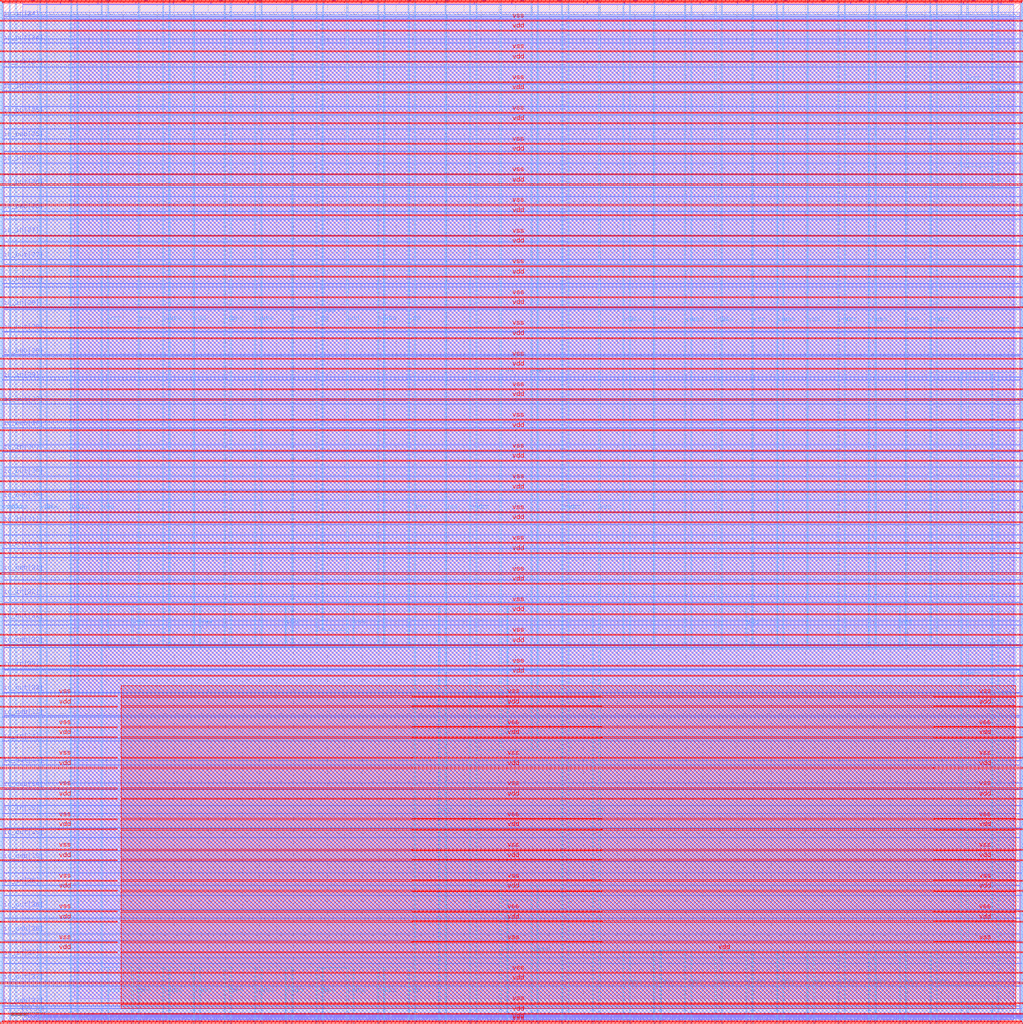
<source format=lef>
VERSION 5.7 ;
  NOWIREEXTENSIONATPIN ON ;
  DIVIDERCHAR "/" ;
  BUSBITCHARS "[]" ;
MACRO user_project_wrapper
  CLASS BLOCK ;
  FOREIGN user_project_wrapper ;
  ORIGIN 0.000 0.000 ;
  SIZE 2980.200 BY 2980.200 ;
  PIN io_in[0]
    DIRECTION INPUT ;
    USE SIGNAL ;
    PORT
      LAYER Metal3 ;
        RECT 2977.800 35.560 2985.000 36.680 ;
    END
  END io_in[0]
  PIN io_in[10]
    DIRECTION INPUT ;
    USE SIGNAL ;
    PORT
      LAYER Metal3 ;
        RECT 2977.800 2017.960 2985.000 2019.080 ;
    END
  END io_in[10]
  PIN io_in[11]
    DIRECTION INPUT ;
    USE SIGNAL ;
    PORT
      LAYER Metal3 ;
        RECT 2977.800 2216.200 2985.000 2217.320 ;
    END
  END io_in[11]
  PIN io_in[12]
    DIRECTION INPUT ;
    USE SIGNAL ;
    PORT
      LAYER Metal3 ;
        RECT 2977.800 2414.440 2985.000 2415.560 ;
    END
  END io_in[12]
  PIN io_in[13]
    DIRECTION INPUT ;
    USE SIGNAL ;
    PORT
      LAYER Metal3 ;
        RECT 2977.800 2612.680 2985.000 2613.800 ;
    END
  END io_in[13]
  PIN io_in[14]
    DIRECTION INPUT ;
    USE SIGNAL ;
    PORT
      LAYER Metal3 ;
        RECT 2977.800 2810.920 2985.000 2812.040 ;
    END
  END io_in[14]
  PIN io_in[15]
    DIRECTION INPUT ;
    USE SIGNAL ;
    PORT
      LAYER Metal2 ;
        RECT 2923.480 2977.800 2924.600 2985.000 ;
    END
  END io_in[15]
  PIN io_in[16]
    DIRECTION INPUT ;
    USE SIGNAL ;
    PORT
      LAYER Metal2 ;
        RECT 2592.520 2977.800 2593.640 2985.000 ;
    END
  END io_in[16]
  PIN io_in[17]
    DIRECTION INPUT ;
    USE SIGNAL ;
    PORT
      LAYER Metal2 ;
        RECT 2261.560 2977.800 2262.680 2985.000 ;
    END
  END io_in[17]
  PIN io_in[18]
    DIRECTION INPUT ;
    USE SIGNAL ;
    PORT
      LAYER Metal2 ;
        RECT 1930.600 2977.800 1931.720 2985.000 ;
    END
  END io_in[18]
  PIN io_in[19]
    DIRECTION INPUT ;
    USE SIGNAL ;
    PORT
      LAYER Metal2 ;
        RECT 1599.640 2977.800 1600.760 2985.000 ;
    END
  END io_in[19]
  PIN io_in[1]
    DIRECTION INPUT ;
    USE SIGNAL ;
    PORT
      LAYER Metal3 ;
        RECT 2977.800 233.800 2985.000 234.920 ;
    END
  END io_in[1]
  PIN io_in[20]
    DIRECTION INPUT ;
    USE SIGNAL ;
    PORT
      LAYER Metal2 ;
        RECT 1268.680 2977.800 1269.800 2985.000 ;
    END
  END io_in[20]
  PIN io_in[21]
    DIRECTION INPUT ;
    USE SIGNAL ;
    PORT
      LAYER Metal2 ;
        RECT 937.720 2977.800 938.840 2985.000 ;
    END
  END io_in[21]
  PIN io_in[22]
    DIRECTION INPUT ;
    USE SIGNAL ;
    PORT
      LAYER Metal2 ;
        RECT 606.760 2977.800 607.880 2985.000 ;
    END
  END io_in[22]
  PIN io_in[23]
    DIRECTION INPUT ;
    USE SIGNAL ;
    PORT
      LAYER Metal2 ;
        RECT 275.800 2977.800 276.920 2985.000 ;
    END
  END io_in[23]
  PIN io_in[24]
    DIRECTION INPUT ;
    USE SIGNAL ;
    PORT
      LAYER Metal3 ;
        RECT -4.800 2935.800 2.400 2936.920 ;
    END
  END io_in[24]
  PIN io_in[25]
    DIRECTION INPUT ;
    USE SIGNAL ;
    PORT
      LAYER Metal3 ;
        RECT -4.800 2724.120 2.400 2725.240 ;
    END
  END io_in[25]
  PIN io_in[26]
    DIRECTION INPUT ;
    USE SIGNAL ;
    PORT
      LAYER Metal3 ;
        RECT -4.800 2512.440 2.400 2513.560 ;
    END
  END io_in[26]
  PIN io_in[27]
    DIRECTION INPUT ;
    USE SIGNAL ;
    PORT
      LAYER Metal3 ;
        RECT -4.800 2300.760 2.400 2301.880 ;
    END
  END io_in[27]
  PIN io_in[28]
    DIRECTION INPUT ;
    USE SIGNAL ;
    PORT
      LAYER Metal3 ;
        RECT -4.800 2089.080 2.400 2090.200 ;
    END
  END io_in[28]
  PIN io_in[29]
    DIRECTION INPUT ;
    USE SIGNAL ;
    PORT
      LAYER Metal3 ;
        RECT -4.800 1877.400 2.400 1878.520 ;
    END
  END io_in[29]
  PIN io_in[2]
    DIRECTION INPUT ;
    USE SIGNAL ;
    PORT
      LAYER Metal3 ;
        RECT 2977.800 432.040 2985.000 433.160 ;
    END
  END io_in[2]
  PIN io_in[30]
    DIRECTION INPUT ;
    USE SIGNAL ;
    PORT
      LAYER Metal3 ;
        RECT -4.800 1665.720 2.400 1666.840 ;
    END
  END io_in[30]
  PIN io_in[31]
    DIRECTION INPUT ;
    USE SIGNAL ;
    PORT
      LAYER Metal3 ;
        RECT -4.800 1454.040 2.400 1455.160 ;
    END
  END io_in[31]
  PIN io_in[32]
    DIRECTION INPUT ;
    USE SIGNAL ;
    PORT
      LAYER Metal3 ;
        RECT -4.800 1242.360 2.400 1243.480 ;
    END
  END io_in[32]
  PIN io_in[33]
    DIRECTION INPUT ;
    USE SIGNAL ;
    PORT
      LAYER Metal3 ;
        RECT -4.800 1030.680 2.400 1031.800 ;
    END
  END io_in[33]
  PIN io_in[34]
    DIRECTION INPUT ;
    USE SIGNAL ;
    PORT
      LAYER Metal3 ;
        RECT -4.800 819.000 2.400 820.120 ;
    END
  END io_in[34]
  PIN io_in[35]
    DIRECTION INPUT ;
    USE SIGNAL ;
    PORT
      LAYER Metal3 ;
        RECT -4.800 607.320 2.400 608.440 ;
    END
  END io_in[35]
  PIN io_in[36]
    DIRECTION INPUT ;
    USE SIGNAL ;
    PORT
      LAYER Metal3 ;
        RECT -4.800 395.640 2.400 396.760 ;
    END
  END io_in[36]
  PIN io_in[37]
    DIRECTION INPUT ;
    USE SIGNAL ;
    PORT
      LAYER Metal3 ;
        RECT -4.800 183.960 2.400 185.080 ;
    END
  END io_in[37]
  PIN io_in[3]
    DIRECTION INPUT ;
    USE SIGNAL ;
    PORT
      LAYER Metal3 ;
        RECT 2977.800 630.280 2985.000 631.400 ;
    END
  END io_in[3]
  PIN io_in[4]
    DIRECTION INPUT ;
    USE SIGNAL ;
    PORT
      LAYER Metal3 ;
        RECT 2977.800 828.520 2985.000 829.640 ;
    END
  END io_in[4]
  PIN io_in[5]
    DIRECTION INPUT ;
    USE SIGNAL ;
    PORT
      LAYER Metal3 ;
        RECT 2977.800 1026.760 2985.000 1027.880 ;
    END
  END io_in[5]
  PIN io_in[6]
    DIRECTION INPUT ;
    USE SIGNAL ;
    PORT
      LAYER Metal3 ;
        RECT 2977.800 1225.000 2985.000 1226.120 ;
    END
  END io_in[6]
  PIN io_in[7]
    DIRECTION INPUT ;
    USE SIGNAL ;
    PORT
      LAYER Metal3 ;
        RECT 2977.800 1423.240 2985.000 1424.360 ;
    END
  END io_in[7]
  PIN io_in[8]
    DIRECTION INPUT ;
    USE SIGNAL ;
    PORT
      LAYER Metal3 ;
        RECT 2977.800 1621.480 2985.000 1622.600 ;
    END
  END io_in[8]
  PIN io_in[9]
    DIRECTION INPUT ;
    USE SIGNAL ;
    PORT
      LAYER Metal3 ;
        RECT 2977.800 1819.720 2985.000 1820.840 ;
    END
  END io_in[9]
  PIN io_oeb[0]
    DIRECTION OUTPUT TRISTATE ;
    USE SIGNAL ;
    PORT
      LAYER Metal3 ;
        RECT 2977.800 167.720 2985.000 168.840 ;
    END
  END io_oeb[0]
  PIN io_oeb[10]
    DIRECTION OUTPUT TRISTATE ;
    USE SIGNAL ;
    PORT
      LAYER Metal3 ;
        RECT 2977.800 2150.120 2985.000 2151.240 ;
    END
  END io_oeb[10]
  PIN io_oeb[11]
    DIRECTION OUTPUT TRISTATE ;
    USE SIGNAL ;
    PORT
      LAYER Metal3 ;
        RECT 2977.800 2348.360 2985.000 2349.480 ;
    END
  END io_oeb[11]
  PIN io_oeb[12]
    DIRECTION OUTPUT TRISTATE ;
    USE SIGNAL ;
    PORT
      LAYER Metal3 ;
        RECT 2977.800 2546.600 2985.000 2547.720 ;
    END
  END io_oeb[12]
  PIN io_oeb[13]
    DIRECTION OUTPUT TRISTATE ;
    USE SIGNAL ;
    PORT
      LAYER Metal3 ;
        RECT 2977.800 2744.840 2985.000 2745.960 ;
    END
  END io_oeb[13]
  PIN io_oeb[14]
    DIRECTION OUTPUT TRISTATE ;
    USE SIGNAL ;
    PORT
      LAYER Metal3 ;
        RECT 2977.800 2943.080 2985.000 2944.200 ;
    END
  END io_oeb[14]
  PIN io_oeb[15]
    DIRECTION OUTPUT TRISTATE ;
    USE SIGNAL ;
    PORT
      LAYER Metal2 ;
        RECT 2702.840 2977.800 2703.960 2985.000 ;
    END
  END io_oeb[15]
  PIN io_oeb[16]
    DIRECTION OUTPUT TRISTATE ;
    USE SIGNAL ;
    PORT
      LAYER Metal2 ;
        RECT 2371.880 2977.800 2373.000 2985.000 ;
    END
  END io_oeb[16]
  PIN io_oeb[17]
    DIRECTION OUTPUT TRISTATE ;
    USE SIGNAL ;
    PORT
      LAYER Metal2 ;
        RECT 2040.920 2977.800 2042.040 2985.000 ;
    END
  END io_oeb[17]
  PIN io_oeb[18]
    DIRECTION OUTPUT TRISTATE ;
    USE SIGNAL ;
    PORT
      LAYER Metal2 ;
        RECT 1709.960 2977.800 1711.080 2985.000 ;
    END
  END io_oeb[18]
  PIN io_oeb[19]
    DIRECTION OUTPUT TRISTATE ;
    USE SIGNAL ;
    PORT
      LAYER Metal2 ;
        RECT 1379.000 2977.800 1380.120 2985.000 ;
    END
  END io_oeb[19]
  PIN io_oeb[1]
    DIRECTION OUTPUT TRISTATE ;
    USE SIGNAL ;
    PORT
      LAYER Metal3 ;
        RECT 2977.800 365.960 2985.000 367.080 ;
    END
  END io_oeb[1]
  PIN io_oeb[20]
    DIRECTION OUTPUT TRISTATE ;
    USE SIGNAL ;
    PORT
      LAYER Metal2 ;
        RECT 1048.040 2977.800 1049.160 2985.000 ;
    END
  END io_oeb[20]
  PIN io_oeb[21]
    DIRECTION OUTPUT TRISTATE ;
    USE SIGNAL ;
    PORT
      LAYER Metal2 ;
        RECT 717.080 2977.800 718.200 2985.000 ;
    END
  END io_oeb[21]
  PIN io_oeb[22]
    DIRECTION OUTPUT TRISTATE ;
    USE SIGNAL ;
    PORT
      LAYER Metal2 ;
        RECT 386.120 2977.800 387.240 2985.000 ;
    END
  END io_oeb[22]
  PIN io_oeb[23]
    DIRECTION OUTPUT TRISTATE ;
    USE SIGNAL ;
    PORT
      LAYER Metal2 ;
        RECT 55.160 2977.800 56.280 2985.000 ;
    END
  END io_oeb[23]
  PIN io_oeb[24]
    DIRECTION OUTPUT TRISTATE ;
    USE SIGNAL ;
    PORT
      LAYER Metal3 ;
        RECT -4.800 2794.680 2.400 2795.800 ;
    END
  END io_oeb[24]
  PIN io_oeb[25]
    DIRECTION OUTPUT TRISTATE ;
    USE SIGNAL ;
    PORT
      LAYER Metal3 ;
        RECT -4.800 2583.000 2.400 2584.120 ;
    END
  END io_oeb[25]
  PIN io_oeb[26]
    DIRECTION OUTPUT TRISTATE ;
    USE SIGNAL ;
    PORT
      LAYER Metal3 ;
        RECT -4.800 2371.320 2.400 2372.440 ;
    END
  END io_oeb[26]
  PIN io_oeb[27]
    DIRECTION OUTPUT TRISTATE ;
    USE SIGNAL ;
    PORT
      LAYER Metal3 ;
        RECT -4.800 2159.640 2.400 2160.760 ;
    END
  END io_oeb[27]
  PIN io_oeb[28]
    DIRECTION OUTPUT TRISTATE ;
    USE SIGNAL ;
    PORT
      LAYER Metal3 ;
        RECT -4.800 1947.960 2.400 1949.080 ;
    END
  END io_oeb[28]
  PIN io_oeb[29]
    DIRECTION OUTPUT TRISTATE ;
    USE SIGNAL ;
    PORT
      LAYER Metal3 ;
        RECT -4.800 1736.280 2.400 1737.400 ;
    END
  END io_oeb[29]
  PIN io_oeb[2]
    DIRECTION OUTPUT TRISTATE ;
    USE SIGNAL ;
    PORT
      LAYER Metal3 ;
        RECT 2977.800 564.200 2985.000 565.320 ;
    END
  END io_oeb[2]
  PIN io_oeb[30]
    DIRECTION OUTPUT TRISTATE ;
    USE SIGNAL ;
    PORT
      LAYER Metal3 ;
        RECT -4.800 1524.600 2.400 1525.720 ;
    END
  END io_oeb[30]
  PIN io_oeb[31]
    DIRECTION OUTPUT TRISTATE ;
    USE SIGNAL ;
    PORT
      LAYER Metal3 ;
        RECT -4.800 1312.920 2.400 1314.040 ;
    END
  END io_oeb[31]
  PIN io_oeb[32]
    DIRECTION OUTPUT TRISTATE ;
    USE SIGNAL ;
    PORT
      LAYER Metal3 ;
        RECT -4.800 1101.240 2.400 1102.360 ;
    END
  END io_oeb[32]
  PIN io_oeb[33]
    DIRECTION OUTPUT TRISTATE ;
    USE SIGNAL ;
    PORT
      LAYER Metal3 ;
        RECT -4.800 889.560 2.400 890.680 ;
    END
  END io_oeb[33]
  PIN io_oeb[34]
    DIRECTION OUTPUT TRISTATE ;
    USE SIGNAL ;
    PORT
      LAYER Metal3 ;
        RECT -4.800 677.880 2.400 679.000 ;
    END
  END io_oeb[34]
  PIN io_oeb[35]
    DIRECTION OUTPUT TRISTATE ;
    USE SIGNAL ;
    PORT
      LAYER Metal3 ;
        RECT -4.800 466.200 2.400 467.320 ;
    END
  END io_oeb[35]
  PIN io_oeb[36]
    DIRECTION OUTPUT TRISTATE ;
    USE SIGNAL ;
    PORT
      LAYER Metal3 ;
        RECT -4.800 254.520 2.400 255.640 ;
    END
  END io_oeb[36]
  PIN io_oeb[37]
    DIRECTION OUTPUT TRISTATE ;
    USE SIGNAL ;
    PORT
      LAYER Metal3 ;
        RECT -4.800 42.840 2.400 43.960 ;
    END
  END io_oeb[37]
  PIN io_oeb[3]
    DIRECTION OUTPUT TRISTATE ;
    USE SIGNAL ;
    PORT
      LAYER Metal3 ;
        RECT 2977.800 762.440 2985.000 763.560 ;
    END
  END io_oeb[3]
  PIN io_oeb[4]
    DIRECTION OUTPUT TRISTATE ;
    USE SIGNAL ;
    PORT
      LAYER Metal3 ;
        RECT 2977.800 960.680 2985.000 961.800 ;
    END
  END io_oeb[4]
  PIN io_oeb[5]
    DIRECTION OUTPUT TRISTATE ;
    USE SIGNAL ;
    PORT
      LAYER Metal3 ;
        RECT 2977.800 1158.920 2985.000 1160.040 ;
    END
  END io_oeb[5]
  PIN io_oeb[6]
    DIRECTION OUTPUT TRISTATE ;
    USE SIGNAL ;
    PORT
      LAYER Metal3 ;
        RECT 2977.800 1357.160 2985.000 1358.280 ;
    END
  END io_oeb[6]
  PIN io_oeb[7]
    DIRECTION OUTPUT TRISTATE ;
    USE SIGNAL ;
    PORT
      LAYER Metal3 ;
        RECT 2977.800 1555.400 2985.000 1556.520 ;
    END
  END io_oeb[7]
  PIN io_oeb[8]
    DIRECTION OUTPUT TRISTATE ;
    USE SIGNAL ;
    PORT
      LAYER Metal3 ;
        RECT 2977.800 1753.640 2985.000 1754.760 ;
    END
  END io_oeb[8]
  PIN io_oeb[9]
    DIRECTION OUTPUT TRISTATE ;
    USE SIGNAL ;
    PORT
      LAYER Metal3 ;
        RECT 2977.800 1951.880 2985.000 1953.000 ;
    END
  END io_oeb[9]
  PIN io_out[0]
    DIRECTION OUTPUT TRISTATE ;
    USE SIGNAL ;
    PORT
      LAYER Metal3 ;
        RECT 2977.800 101.640 2985.000 102.760 ;
    END
  END io_out[0]
  PIN io_out[10]
    DIRECTION OUTPUT TRISTATE ;
    USE SIGNAL ;
    PORT
      LAYER Metal3 ;
        RECT 2977.800 2084.040 2985.000 2085.160 ;
    END
  END io_out[10]
  PIN io_out[11]
    DIRECTION OUTPUT TRISTATE ;
    USE SIGNAL ;
    PORT
      LAYER Metal3 ;
        RECT 2977.800 2282.280 2985.000 2283.400 ;
    END
  END io_out[11]
  PIN io_out[12]
    DIRECTION OUTPUT TRISTATE ;
    USE SIGNAL ;
    PORT
      LAYER Metal3 ;
        RECT 2977.800 2480.520 2985.000 2481.640 ;
    END
  END io_out[12]
  PIN io_out[13]
    DIRECTION OUTPUT TRISTATE ;
    USE SIGNAL ;
    PORT
      LAYER Metal3 ;
        RECT 2977.800 2678.760 2985.000 2679.880 ;
    END
  END io_out[13]
  PIN io_out[14]
    DIRECTION OUTPUT TRISTATE ;
    USE SIGNAL ;
    PORT
      LAYER Metal3 ;
        RECT 2977.800 2877.000 2985.000 2878.120 ;
    END
  END io_out[14]
  PIN io_out[15]
    DIRECTION OUTPUT TRISTATE ;
    USE SIGNAL ;
    PORT
      LAYER Metal2 ;
        RECT 2813.160 2977.800 2814.280 2985.000 ;
    END
  END io_out[15]
  PIN io_out[16]
    DIRECTION OUTPUT TRISTATE ;
    USE SIGNAL ;
    PORT
      LAYER Metal2 ;
        RECT 2482.200 2977.800 2483.320 2985.000 ;
    END
  END io_out[16]
  PIN io_out[17]
    DIRECTION OUTPUT TRISTATE ;
    USE SIGNAL ;
    PORT
      LAYER Metal2 ;
        RECT 2151.240 2977.800 2152.360 2985.000 ;
    END
  END io_out[17]
  PIN io_out[18]
    DIRECTION OUTPUT TRISTATE ;
    USE SIGNAL ;
    PORT
      LAYER Metal2 ;
        RECT 1820.280 2977.800 1821.400 2985.000 ;
    END
  END io_out[18]
  PIN io_out[19]
    DIRECTION OUTPUT TRISTATE ;
    USE SIGNAL ;
    PORT
      LAYER Metal2 ;
        RECT 1489.320 2977.800 1490.440 2985.000 ;
    END
  END io_out[19]
  PIN io_out[1]
    DIRECTION OUTPUT TRISTATE ;
    USE SIGNAL ;
    PORT
      LAYER Metal3 ;
        RECT 2977.800 299.880 2985.000 301.000 ;
    END
  END io_out[1]
  PIN io_out[20]
    DIRECTION OUTPUT TRISTATE ;
    USE SIGNAL ;
    PORT
      LAYER Metal2 ;
        RECT 1158.360 2977.800 1159.480 2985.000 ;
    END
  END io_out[20]
  PIN io_out[21]
    DIRECTION OUTPUT TRISTATE ;
    USE SIGNAL ;
    PORT
      LAYER Metal2 ;
        RECT 827.400 2977.800 828.520 2985.000 ;
    END
  END io_out[21]
  PIN io_out[22]
    DIRECTION OUTPUT TRISTATE ;
    USE SIGNAL ;
    PORT
      LAYER Metal2 ;
        RECT 496.440 2977.800 497.560 2985.000 ;
    END
  END io_out[22]
  PIN io_out[23]
    DIRECTION OUTPUT TRISTATE ;
    USE SIGNAL ;
    PORT
      LAYER Metal2 ;
        RECT 165.480 2977.800 166.600 2985.000 ;
    END
  END io_out[23]
  PIN io_out[24]
    DIRECTION OUTPUT TRISTATE ;
    USE SIGNAL ;
    PORT
      LAYER Metal3 ;
        RECT -4.800 2865.240 2.400 2866.360 ;
    END
  END io_out[24]
  PIN io_out[25]
    DIRECTION OUTPUT TRISTATE ;
    USE SIGNAL ;
    PORT
      LAYER Metal3 ;
        RECT -4.800 2653.560 2.400 2654.680 ;
    END
  END io_out[25]
  PIN io_out[26]
    DIRECTION OUTPUT TRISTATE ;
    USE SIGNAL ;
    PORT
      LAYER Metal3 ;
        RECT -4.800 2441.880 2.400 2443.000 ;
    END
  END io_out[26]
  PIN io_out[27]
    DIRECTION OUTPUT TRISTATE ;
    USE SIGNAL ;
    PORT
      LAYER Metal3 ;
        RECT -4.800 2230.200 2.400 2231.320 ;
    END
  END io_out[27]
  PIN io_out[28]
    DIRECTION OUTPUT TRISTATE ;
    USE SIGNAL ;
    PORT
      LAYER Metal3 ;
        RECT -4.800 2018.520 2.400 2019.640 ;
    END
  END io_out[28]
  PIN io_out[29]
    DIRECTION OUTPUT TRISTATE ;
    USE SIGNAL ;
    PORT
      LAYER Metal3 ;
        RECT -4.800 1806.840 2.400 1807.960 ;
    END
  END io_out[29]
  PIN io_out[2]
    DIRECTION OUTPUT TRISTATE ;
    USE SIGNAL ;
    PORT
      LAYER Metal3 ;
        RECT 2977.800 498.120 2985.000 499.240 ;
    END
  END io_out[2]
  PIN io_out[30]
    DIRECTION OUTPUT TRISTATE ;
    USE SIGNAL ;
    PORT
      LAYER Metal3 ;
        RECT -4.800 1595.160 2.400 1596.280 ;
    END
  END io_out[30]
  PIN io_out[31]
    DIRECTION OUTPUT TRISTATE ;
    USE SIGNAL ;
    PORT
      LAYER Metal3 ;
        RECT -4.800 1383.480 2.400 1384.600 ;
    END
  END io_out[31]
  PIN io_out[32]
    DIRECTION OUTPUT TRISTATE ;
    USE SIGNAL ;
    PORT
      LAYER Metal3 ;
        RECT -4.800 1171.800 2.400 1172.920 ;
    END
  END io_out[32]
  PIN io_out[33]
    DIRECTION OUTPUT TRISTATE ;
    USE SIGNAL ;
    PORT
      LAYER Metal3 ;
        RECT -4.800 960.120 2.400 961.240 ;
    END
  END io_out[33]
  PIN io_out[34]
    DIRECTION OUTPUT TRISTATE ;
    USE SIGNAL ;
    PORT
      LAYER Metal3 ;
        RECT -4.800 748.440 2.400 749.560 ;
    END
  END io_out[34]
  PIN io_out[35]
    DIRECTION OUTPUT TRISTATE ;
    USE SIGNAL ;
    PORT
      LAYER Metal3 ;
        RECT -4.800 536.760 2.400 537.880 ;
    END
  END io_out[35]
  PIN io_out[36]
    DIRECTION OUTPUT TRISTATE ;
    USE SIGNAL ;
    PORT
      LAYER Metal3 ;
        RECT -4.800 325.080 2.400 326.200 ;
    END
  END io_out[36]
  PIN io_out[37]
    DIRECTION OUTPUT TRISTATE ;
    USE SIGNAL ;
    PORT
      LAYER Metal3 ;
        RECT -4.800 113.400 2.400 114.520 ;
    END
  END io_out[37]
  PIN io_out[3]
    DIRECTION OUTPUT TRISTATE ;
    USE SIGNAL ;
    PORT
      LAYER Metal3 ;
        RECT 2977.800 696.360 2985.000 697.480 ;
    END
  END io_out[3]
  PIN io_out[4]
    DIRECTION OUTPUT TRISTATE ;
    USE SIGNAL ;
    PORT
      LAYER Metal3 ;
        RECT 2977.800 894.600 2985.000 895.720 ;
    END
  END io_out[4]
  PIN io_out[5]
    DIRECTION OUTPUT TRISTATE ;
    USE SIGNAL ;
    PORT
      LAYER Metal3 ;
        RECT 2977.800 1092.840 2985.000 1093.960 ;
    END
  END io_out[5]
  PIN io_out[6]
    DIRECTION OUTPUT TRISTATE ;
    USE SIGNAL ;
    PORT
      LAYER Metal3 ;
        RECT 2977.800 1291.080 2985.000 1292.200 ;
    END
  END io_out[6]
  PIN io_out[7]
    DIRECTION OUTPUT TRISTATE ;
    USE SIGNAL ;
    PORT
      LAYER Metal3 ;
        RECT 2977.800 1489.320 2985.000 1490.440 ;
    END
  END io_out[7]
  PIN io_out[8]
    DIRECTION OUTPUT TRISTATE ;
    USE SIGNAL ;
    PORT
      LAYER Metal3 ;
        RECT 2977.800 1687.560 2985.000 1688.680 ;
    END
  END io_out[8]
  PIN io_out[9]
    DIRECTION OUTPUT TRISTATE ;
    USE SIGNAL ;
    PORT
      LAYER Metal3 ;
        RECT 2977.800 1885.800 2985.000 1886.920 ;
    END
  END io_out[9]
  PIN la_data_in[0]
    DIRECTION INPUT ;
    USE SIGNAL ;
    PORT
      LAYER Metal2 ;
        RECT 1065.960 -4.800 1067.080 2.400 ;
    END
  END la_data_in[0]
  PIN la_data_in[10]
    DIRECTION INPUT ;
    USE SIGNAL ;
    PORT
      LAYER Metal2 ;
        RECT 1351.560 -4.800 1352.680 2.400 ;
    END
  END la_data_in[10]
  PIN la_data_in[11]
    DIRECTION INPUT ;
    USE SIGNAL ;
    PORT
      LAYER Metal2 ;
        RECT 1380.120 -4.800 1381.240 2.400 ;
    END
  END la_data_in[11]
  PIN la_data_in[12]
    DIRECTION INPUT ;
    USE SIGNAL ;
    PORT
      LAYER Metal2 ;
        RECT 1408.680 -4.800 1409.800 2.400 ;
    END
  END la_data_in[12]
  PIN la_data_in[13]
    DIRECTION INPUT ;
    USE SIGNAL ;
    PORT
      LAYER Metal2 ;
        RECT 1437.240 -4.800 1438.360 2.400 ;
    END
  END la_data_in[13]
  PIN la_data_in[14]
    DIRECTION INPUT ;
    USE SIGNAL ;
    PORT
      LAYER Metal2 ;
        RECT 1465.800 -4.800 1466.920 2.400 ;
    END
  END la_data_in[14]
  PIN la_data_in[15]
    DIRECTION INPUT ;
    USE SIGNAL ;
    PORT
      LAYER Metal2 ;
        RECT 1494.360 -4.800 1495.480 2.400 ;
    END
  END la_data_in[15]
  PIN la_data_in[16]
    DIRECTION INPUT ;
    USE SIGNAL ;
    PORT
      LAYER Metal2 ;
        RECT 1522.920 -4.800 1524.040 2.400 ;
    END
  END la_data_in[16]
  PIN la_data_in[17]
    DIRECTION INPUT ;
    USE SIGNAL ;
    PORT
      LAYER Metal2 ;
        RECT 1551.480 -4.800 1552.600 2.400 ;
    END
  END la_data_in[17]
  PIN la_data_in[18]
    DIRECTION INPUT ;
    USE SIGNAL ;
    PORT
      LAYER Metal2 ;
        RECT 1580.040 -4.800 1581.160 2.400 ;
    END
  END la_data_in[18]
  PIN la_data_in[19]
    DIRECTION INPUT ;
    USE SIGNAL ;
    PORT
      LAYER Metal2 ;
        RECT 1608.600 -4.800 1609.720 2.400 ;
    END
  END la_data_in[19]
  PIN la_data_in[1]
    DIRECTION INPUT ;
    USE SIGNAL ;
    PORT
      LAYER Metal2 ;
        RECT 1094.520 -4.800 1095.640 2.400 ;
    END
  END la_data_in[1]
  PIN la_data_in[20]
    DIRECTION INPUT ;
    USE SIGNAL ;
    PORT
      LAYER Metal2 ;
        RECT 1637.160 -4.800 1638.280 2.400 ;
    END
  END la_data_in[20]
  PIN la_data_in[21]
    DIRECTION INPUT ;
    USE SIGNAL ;
    PORT
      LAYER Metal2 ;
        RECT 1665.720 -4.800 1666.840 2.400 ;
    END
  END la_data_in[21]
  PIN la_data_in[22]
    DIRECTION INPUT ;
    USE SIGNAL ;
    PORT
      LAYER Metal2 ;
        RECT 1694.280 -4.800 1695.400 2.400 ;
    END
  END la_data_in[22]
  PIN la_data_in[23]
    DIRECTION INPUT ;
    USE SIGNAL ;
    PORT
      LAYER Metal2 ;
        RECT 1722.840 -4.800 1723.960 2.400 ;
    END
  END la_data_in[23]
  PIN la_data_in[24]
    DIRECTION INPUT ;
    USE SIGNAL ;
    PORT
      LAYER Metal2 ;
        RECT 1751.400 -4.800 1752.520 2.400 ;
    END
  END la_data_in[24]
  PIN la_data_in[25]
    DIRECTION INPUT ;
    USE SIGNAL ;
    PORT
      LAYER Metal2 ;
        RECT 1779.960 -4.800 1781.080 2.400 ;
    END
  END la_data_in[25]
  PIN la_data_in[26]
    DIRECTION INPUT ;
    USE SIGNAL ;
    PORT
      LAYER Metal2 ;
        RECT 1808.520 -4.800 1809.640 2.400 ;
    END
  END la_data_in[26]
  PIN la_data_in[27]
    DIRECTION INPUT ;
    USE SIGNAL ;
    PORT
      LAYER Metal2 ;
        RECT 1837.080 -4.800 1838.200 2.400 ;
    END
  END la_data_in[27]
  PIN la_data_in[28]
    DIRECTION INPUT ;
    USE SIGNAL ;
    PORT
      LAYER Metal2 ;
        RECT 1865.640 -4.800 1866.760 2.400 ;
    END
  END la_data_in[28]
  PIN la_data_in[29]
    DIRECTION INPUT ;
    USE SIGNAL ;
    PORT
      LAYER Metal2 ;
        RECT 1894.200 -4.800 1895.320 2.400 ;
    END
  END la_data_in[29]
  PIN la_data_in[2]
    DIRECTION INPUT ;
    USE SIGNAL ;
    PORT
      LAYER Metal2 ;
        RECT 1123.080 -4.800 1124.200 2.400 ;
    END
  END la_data_in[2]
  PIN la_data_in[30]
    DIRECTION INPUT ;
    USE SIGNAL ;
    PORT
      LAYER Metal2 ;
        RECT 1922.760 -4.800 1923.880 2.400 ;
    END
  END la_data_in[30]
  PIN la_data_in[31]
    DIRECTION INPUT ;
    USE SIGNAL ;
    PORT
      LAYER Metal2 ;
        RECT 1951.320 -4.800 1952.440 2.400 ;
    END
  END la_data_in[31]
  PIN la_data_in[32]
    DIRECTION INPUT ;
    USE SIGNAL ;
    PORT
      LAYER Metal2 ;
        RECT 1979.880 -4.800 1981.000 2.400 ;
    END
  END la_data_in[32]
  PIN la_data_in[33]
    DIRECTION INPUT ;
    USE SIGNAL ;
    PORT
      LAYER Metal2 ;
        RECT 2008.440 -4.800 2009.560 2.400 ;
    END
  END la_data_in[33]
  PIN la_data_in[34]
    DIRECTION INPUT ;
    USE SIGNAL ;
    PORT
      LAYER Metal2 ;
        RECT 2037.000 -4.800 2038.120 2.400 ;
    END
  END la_data_in[34]
  PIN la_data_in[35]
    DIRECTION INPUT ;
    USE SIGNAL ;
    PORT
      LAYER Metal2 ;
        RECT 2065.560 -4.800 2066.680 2.400 ;
    END
  END la_data_in[35]
  PIN la_data_in[36]
    DIRECTION INPUT ;
    USE SIGNAL ;
    PORT
      LAYER Metal2 ;
        RECT 2094.120 -4.800 2095.240 2.400 ;
    END
  END la_data_in[36]
  PIN la_data_in[37]
    DIRECTION INPUT ;
    USE SIGNAL ;
    PORT
      LAYER Metal2 ;
        RECT 2122.680 -4.800 2123.800 2.400 ;
    END
  END la_data_in[37]
  PIN la_data_in[38]
    DIRECTION INPUT ;
    USE SIGNAL ;
    PORT
      LAYER Metal2 ;
        RECT 2151.240 -4.800 2152.360 2.400 ;
    END
  END la_data_in[38]
  PIN la_data_in[39]
    DIRECTION INPUT ;
    USE SIGNAL ;
    PORT
      LAYER Metal2 ;
        RECT 2179.800 -4.800 2180.920 2.400 ;
    END
  END la_data_in[39]
  PIN la_data_in[3]
    DIRECTION INPUT ;
    USE SIGNAL ;
    PORT
      LAYER Metal2 ;
        RECT 1151.640 -4.800 1152.760 2.400 ;
    END
  END la_data_in[3]
  PIN la_data_in[40]
    DIRECTION INPUT ;
    USE SIGNAL ;
    PORT
      LAYER Metal2 ;
        RECT 2208.360 -4.800 2209.480 2.400 ;
    END
  END la_data_in[40]
  PIN la_data_in[41]
    DIRECTION INPUT ;
    USE SIGNAL ;
    PORT
      LAYER Metal2 ;
        RECT 2236.920 -4.800 2238.040 2.400 ;
    END
  END la_data_in[41]
  PIN la_data_in[42]
    DIRECTION INPUT ;
    USE SIGNAL ;
    PORT
      LAYER Metal2 ;
        RECT 2265.480 -4.800 2266.600 2.400 ;
    END
  END la_data_in[42]
  PIN la_data_in[43]
    DIRECTION INPUT ;
    USE SIGNAL ;
    PORT
      LAYER Metal2 ;
        RECT 2294.040 -4.800 2295.160 2.400 ;
    END
  END la_data_in[43]
  PIN la_data_in[44]
    DIRECTION INPUT ;
    USE SIGNAL ;
    PORT
      LAYER Metal2 ;
        RECT 2322.600 -4.800 2323.720 2.400 ;
    END
  END la_data_in[44]
  PIN la_data_in[45]
    DIRECTION INPUT ;
    USE SIGNAL ;
    PORT
      LAYER Metal2 ;
        RECT 2351.160 -4.800 2352.280 2.400 ;
    END
  END la_data_in[45]
  PIN la_data_in[46]
    DIRECTION INPUT ;
    USE SIGNAL ;
    PORT
      LAYER Metal2 ;
        RECT 2379.720 -4.800 2380.840 2.400 ;
    END
  END la_data_in[46]
  PIN la_data_in[47]
    DIRECTION INPUT ;
    USE SIGNAL ;
    PORT
      LAYER Metal2 ;
        RECT 2408.280 -4.800 2409.400 2.400 ;
    END
  END la_data_in[47]
  PIN la_data_in[48]
    DIRECTION INPUT ;
    USE SIGNAL ;
    PORT
      LAYER Metal2 ;
        RECT 2436.840 -4.800 2437.960 2.400 ;
    END
  END la_data_in[48]
  PIN la_data_in[49]
    DIRECTION INPUT ;
    USE SIGNAL ;
    PORT
      LAYER Metal2 ;
        RECT 2465.400 -4.800 2466.520 2.400 ;
    END
  END la_data_in[49]
  PIN la_data_in[4]
    DIRECTION INPUT ;
    USE SIGNAL ;
    PORT
      LAYER Metal2 ;
        RECT 1180.200 -4.800 1181.320 2.400 ;
    END
  END la_data_in[4]
  PIN la_data_in[50]
    DIRECTION INPUT ;
    USE SIGNAL ;
    PORT
      LAYER Metal2 ;
        RECT 2493.960 -4.800 2495.080 2.400 ;
    END
  END la_data_in[50]
  PIN la_data_in[51]
    DIRECTION INPUT ;
    USE SIGNAL ;
    PORT
      LAYER Metal2 ;
        RECT 2522.520 -4.800 2523.640 2.400 ;
    END
  END la_data_in[51]
  PIN la_data_in[52]
    DIRECTION INPUT ;
    USE SIGNAL ;
    PORT
      LAYER Metal2 ;
        RECT 2551.080 -4.800 2552.200 2.400 ;
    END
  END la_data_in[52]
  PIN la_data_in[53]
    DIRECTION INPUT ;
    USE SIGNAL ;
    PORT
      LAYER Metal2 ;
        RECT 2579.640 -4.800 2580.760 2.400 ;
    END
  END la_data_in[53]
  PIN la_data_in[54]
    DIRECTION INPUT ;
    USE SIGNAL ;
    PORT
      LAYER Metal2 ;
        RECT 2608.200 -4.800 2609.320 2.400 ;
    END
  END la_data_in[54]
  PIN la_data_in[55]
    DIRECTION INPUT ;
    USE SIGNAL ;
    PORT
      LAYER Metal2 ;
        RECT 2636.760 -4.800 2637.880 2.400 ;
    END
  END la_data_in[55]
  PIN la_data_in[56]
    DIRECTION INPUT ;
    USE SIGNAL ;
    PORT
      LAYER Metal2 ;
        RECT 2665.320 -4.800 2666.440 2.400 ;
    END
  END la_data_in[56]
  PIN la_data_in[57]
    DIRECTION INPUT ;
    USE SIGNAL ;
    PORT
      LAYER Metal2 ;
        RECT 2693.880 -4.800 2695.000 2.400 ;
    END
  END la_data_in[57]
  PIN la_data_in[58]
    DIRECTION INPUT ;
    USE SIGNAL ;
    PORT
      LAYER Metal2 ;
        RECT 2722.440 -4.800 2723.560 2.400 ;
    END
  END la_data_in[58]
  PIN la_data_in[59]
    DIRECTION INPUT ;
    USE SIGNAL ;
    PORT
      LAYER Metal2 ;
        RECT 2751.000 -4.800 2752.120 2.400 ;
    END
  END la_data_in[59]
  PIN la_data_in[5]
    DIRECTION INPUT ;
    USE SIGNAL ;
    PORT
      LAYER Metal2 ;
        RECT 1208.760 -4.800 1209.880 2.400 ;
    END
  END la_data_in[5]
  PIN la_data_in[60]
    DIRECTION INPUT ;
    USE SIGNAL ;
    PORT
      LAYER Metal2 ;
        RECT 2779.560 -4.800 2780.680 2.400 ;
    END
  END la_data_in[60]
  PIN la_data_in[61]
    DIRECTION INPUT ;
    USE SIGNAL ;
    PORT
      LAYER Metal2 ;
        RECT 2808.120 -4.800 2809.240 2.400 ;
    END
  END la_data_in[61]
  PIN la_data_in[62]
    DIRECTION INPUT ;
    USE SIGNAL ;
    PORT
      LAYER Metal2 ;
        RECT 2836.680 -4.800 2837.800 2.400 ;
    END
  END la_data_in[62]
  PIN la_data_in[63]
    DIRECTION INPUT ;
    USE SIGNAL ;
    PORT
      LAYER Metal2 ;
        RECT 2865.240 -4.800 2866.360 2.400 ;
    END
  END la_data_in[63]
  PIN la_data_in[6]
    DIRECTION INPUT ;
    USE SIGNAL ;
    PORT
      LAYER Metal2 ;
        RECT 1237.320 -4.800 1238.440 2.400 ;
    END
  END la_data_in[6]
  PIN la_data_in[7]
    DIRECTION INPUT ;
    USE SIGNAL ;
    PORT
      LAYER Metal2 ;
        RECT 1265.880 -4.800 1267.000 2.400 ;
    END
  END la_data_in[7]
  PIN la_data_in[8]
    DIRECTION INPUT ;
    USE SIGNAL ;
    PORT
      LAYER Metal2 ;
        RECT 1294.440 -4.800 1295.560 2.400 ;
    END
  END la_data_in[8]
  PIN la_data_in[9]
    DIRECTION INPUT ;
    USE SIGNAL ;
    PORT
      LAYER Metal2 ;
        RECT 1323.000 -4.800 1324.120 2.400 ;
    END
  END la_data_in[9]
  PIN la_data_out[0]
    DIRECTION OUTPUT TRISTATE ;
    USE SIGNAL ;
    PORT
      LAYER Metal2 ;
        RECT 1075.480 -4.800 1076.600 2.400 ;
    END
  END la_data_out[0]
  PIN la_data_out[10]
    DIRECTION OUTPUT TRISTATE ;
    USE SIGNAL ;
    PORT
      LAYER Metal2 ;
        RECT 1361.080 -4.800 1362.200 2.400 ;
    END
  END la_data_out[10]
  PIN la_data_out[11]
    DIRECTION OUTPUT TRISTATE ;
    USE SIGNAL ;
    PORT
      LAYER Metal2 ;
        RECT 1389.640 -4.800 1390.760 2.400 ;
    END
  END la_data_out[11]
  PIN la_data_out[12]
    DIRECTION OUTPUT TRISTATE ;
    USE SIGNAL ;
    PORT
      LAYER Metal2 ;
        RECT 1418.200 -4.800 1419.320 2.400 ;
    END
  END la_data_out[12]
  PIN la_data_out[13]
    DIRECTION OUTPUT TRISTATE ;
    USE SIGNAL ;
    PORT
      LAYER Metal2 ;
        RECT 1446.760 -4.800 1447.880 2.400 ;
    END
  END la_data_out[13]
  PIN la_data_out[14]
    DIRECTION OUTPUT TRISTATE ;
    USE SIGNAL ;
    PORT
      LAYER Metal2 ;
        RECT 1475.320 -4.800 1476.440 2.400 ;
    END
  END la_data_out[14]
  PIN la_data_out[15]
    DIRECTION OUTPUT TRISTATE ;
    USE SIGNAL ;
    PORT
      LAYER Metal2 ;
        RECT 1503.880 -4.800 1505.000 2.400 ;
    END
  END la_data_out[15]
  PIN la_data_out[16]
    DIRECTION OUTPUT TRISTATE ;
    USE SIGNAL ;
    PORT
      LAYER Metal2 ;
        RECT 1532.440 -4.800 1533.560 2.400 ;
    END
  END la_data_out[16]
  PIN la_data_out[17]
    DIRECTION OUTPUT TRISTATE ;
    USE SIGNAL ;
    PORT
      LAYER Metal2 ;
        RECT 1561.000 -4.800 1562.120 2.400 ;
    END
  END la_data_out[17]
  PIN la_data_out[18]
    DIRECTION OUTPUT TRISTATE ;
    USE SIGNAL ;
    PORT
      LAYER Metal2 ;
        RECT 1589.560 -4.800 1590.680 2.400 ;
    END
  END la_data_out[18]
  PIN la_data_out[19]
    DIRECTION OUTPUT TRISTATE ;
    USE SIGNAL ;
    PORT
      LAYER Metal2 ;
        RECT 1618.120 -4.800 1619.240 2.400 ;
    END
  END la_data_out[19]
  PIN la_data_out[1]
    DIRECTION OUTPUT TRISTATE ;
    USE SIGNAL ;
    PORT
      LAYER Metal2 ;
        RECT 1104.040 -4.800 1105.160 2.400 ;
    END
  END la_data_out[1]
  PIN la_data_out[20]
    DIRECTION OUTPUT TRISTATE ;
    USE SIGNAL ;
    PORT
      LAYER Metal2 ;
        RECT 1646.680 -4.800 1647.800 2.400 ;
    END
  END la_data_out[20]
  PIN la_data_out[21]
    DIRECTION OUTPUT TRISTATE ;
    USE SIGNAL ;
    PORT
      LAYER Metal2 ;
        RECT 1675.240 -4.800 1676.360 2.400 ;
    END
  END la_data_out[21]
  PIN la_data_out[22]
    DIRECTION OUTPUT TRISTATE ;
    USE SIGNAL ;
    PORT
      LAYER Metal2 ;
        RECT 1703.800 -4.800 1704.920 2.400 ;
    END
  END la_data_out[22]
  PIN la_data_out[23]
    DIRECTION OUTPUT TRISTATE ;
    USE SIGNAL ;
    PORT
      LAYER Metal2 ;
        RECT 1732.360 -4.800 1733.480 2.400 ;
    END
  END la_data_out[23]
  PIN la_data_out[24]
    DIRECTION OUTPUT TRISTATE ;
    USE SIGNAL ;
    PORT
      LAYER Metal2 ;
        RECT 1760.920 -4.800 1762.040 2.400 ;
    END
  END la_data_out[24]
  PIN la_data_out[25]
    DIRECTION OUTPUT TRISTATE ;
    USE SIGNAL ;
    PORT
      LAYER Metal2 ;
        RECT 1789.480 -4.800 1790.600 2.400 ;
    END
  END la_data_out[25]
  PIN la_data_out[26]
    DIRECTION OUTPUT TRISTATE ;
    USE SIGNAL ;
    PORT
      LAYER Metal2 ;
        RECT 1818.040 -4.800 1819.160 2.400 ;
    END
  END la_data_out[26]
  PIN la_data_out[27]
    DIRECTION OUTPUT TRISTATE ;
    USE SIGNAL ;
    PORT
      LAYER Metal2 ;
        RECT 1846.600 -4.800 1847.720 2.400 ;
    END
  END la_data_out[27]
  PIN la_data_out[28]
    DIRECTION OUTPUT TRISTATE ;
    USE SIGNAL ;
    PORT
      LAYER Metal2 ;
        RECT 1875.160 -4.800 1876.280 2.400 ;
    END
  END la_data_out[28]
  PIN la_data_out[29]
    DIRECTION OUTPUT TRISTATE ;
    USE SIGNAL ;
    PORT
      LAYER Metal2 ;
        RECT 1903.720 -4.800 1904.840 2.400 ;
    END
  END la_data_out[29]
  PIN la_data_out[2]
    DIRECTION OUTPUT TRISTATE ;
    USE SIGNAL ;
    PORT
      LAYER Metal2 ;
        RECT 1132.600 -4.800 1133.720 2.400 ;
    END
  END la_data_out[2]
  PIN la_data_out[30]
    DIRECTION OUTPUT TRISTATE ;
    USE SIGNAL ;
    PORT
      LAYER Metal2 ;
        RECT 1932.280 -4.800 1933.400 2.400 ;
    END
  END la_data_out[30]
  PIN la_data_out[31]
    DIRECTION OUTPUT TRISTATE ;
    USE SIGNAL ;
    PORT
      LAYER Metal2 ;
        RECT 1960.840 -4.800 1961.960 2.400 ;
    END
  END la_data_out[31]
  PIN la_data_out[32]
    DIRECTION OUTPUT TRISTATE ;
    USE SIGNAL ;
    PORT
      LAYER Metal2 ;
        RECT 1989.400 -4.800 1990.520 2.400 ;
    END
  END la_data_out[32]
  PIN la_data_out[33]
    DIRECTION OUTPUT TRISTATE ;
    USE SIGNAL ;
    PORT
      LAYER Metal2 ;
        RECT 2017.960 -4.800 2019.080 2.400 ;
    END
  END la_data_out[33]
  PIN la_data_out[34]
    DIRECTION OUTPUT TRISTATE ;
    USE SIGNAL ;
    PORT
      LAYER Metal2 ;
        RECT 2046.520 -4.800 2047.640 2.400 ;
    END
  END la_data_out[34]
  PIN la_data_out[35]
    DIRECTION OUTPUT TRISTATE ;
    USE SIGNAL ;
    PORT
      LAYER Metal2 ;
        RECT 2075.080 -4.800 2076.200 2.400 ;
    END
  END la_data_out[35]
  PIN la_data_out[36]
    DIRECTION OUTPUT TRISTATE ;
    USE SIGNAL ;
    PORT
      LAYER Metal2 ;
        RECT 2103.640 -4.800 2104.760 2.400 ;
    END
  END la_data_out[36]
  PIN la_data_out[37]
    DIRECTION OUTPUT TRISTATE ;
    USE SIGNAL ;
    PORT
      LAYER Metal2 ;
        RECT 2132.200 -4.800 2133.320 2.400 ;
    END
  END la_data_out[37]
  PIN la_data_out[38]
    DIRECTION OUTPUT TRISTATE ;
    USE SIGNAL ;
    PORT
      LAYER Metal2 ;
        RECT 2160.760 -4.800 2161.880 2.400 ;
    END
  END la_data_out[38]
  PIN la_data_out[39]
    DIRECTION OUTPUT TRISTATE ;
    USE SIGNAL ;
    PORT
      LAYER Metal2 ;
        RECT 2189.320 -4.800 2190.440 2.400 ;
    END
  END la_data_out[39]
  PIN la_data_out[3]
    DIRECTION OUTPUT TRISTATE ;
    USE SIGNAL ;
    PORT
      LAYER Metal2 ;
        RECT 1161.160 -4.800 1162.280 2.400 ;
    END
  END la_data_out[3]
  PIN la_data_out[40]
    DIRECTION OUTPUT TRISTATE ;
    USE SIGNAL ;
    PORT
      LAYER Metal2 ;
        RECT 2217.880 -4.800 2219.000 2.400 ;
    END
  END la_data_out[40]
  PIN la_data_out[41]
    DIRECTION OUTPUT TRISTATE ;
    USE SIGNAL ;
    PORT
      LAYER Metal2 ;
        RECT 2246.440 -4.800 2247.560 2.400 ;
    END
  END la_data_out[41]
  PIN la_data_out[42]
    DIRECTION OUTPUT TRISTATE ;
    USE SIGNAL ;
    PORT
      LAYER Metal2 ;
        RECT 2275.000 -4.800 2276.120 2.400 ;
    END
  END la_data_out[42]
  PIN la_data_out[43]
    DIRECTION OUTPUT TRISTATE ;
    USE SIGNAL ;
    PORT
      LAYER Metal2 ;
        RECT 2303.560 -4.800 2304.680 2.400 ;
    END
  END la_data_out[43]
  PIN la_data_out[44]
    DIRECTION OUTPUT TRISTATE ;
    USE SIGNAL ;
    PORT
      LAYER Metal2 ;
        RECT 2332.120 -4.800 2333.240 2.400 ;
    END
  END la_data_out[44]
  PIN la_data_out[45]
    DIRECTION OUTPUT TRISTATE ;
    USE SIGNAL ;
    PORT
      LAYER Metal2 ;
        RECT 2360.680 -4.800 2361.800 2.400 ;
    END
  END la_data_out[45]
  PIN la_data_out[46]
    DIRECTION OUTPUT TRISTATE ;
    USE SIGNAL ;
    PORT
      LAYER Metal2 ;
        RECT 2389.240 -4.800 2390.360 2.400 ;
    END
  END la_data_out[46]
  PIN la_data_out[47]
    DIRECTION OUTPUT TRISTATE ;
    USE SIGNAL ;
    PORT
      LAYER Metal2 ;
        RECT 2417.800 -4.800 2418.920 2.400 ;
    END
  END la_data_out[47]
  PIN la_data_out[48]
    DIRECTION OUTPUT TRISTATE ;
    USE SIGNAL ;
    PORT
      LAYER Metal2 ;
        RECT 2446.360 -4.800 2447.480 2.400 ;
    END
  END la_data_out[48]
  PIN la_data_out[49]
    DIRECTION OUTPUT TRISTATE ;
    USE SIGNAL ;
    PORT
      LAYER Metal2 ;
        RECT 2474.920 -4.800 2476.040 2.400 ;
    END
  END la_data_out[49]
  PIN la_data_out[4]
    DIRECTION OUTPUT TRISTATE ;
    USE SIGNAL ;
    PORT
      LAYER Metal2 ;
        RECT 1189.720 -4.800 1190.840 2.400 ;
    END
  END la_data_out[4]
  PIN la_data_out[50]
    DIRECTION OUTPUT TRISTATE ;
    USE SIGNAL ;
    PORT
      LAYER Metal2 ;
        RECT 2503.480 -4.800 2504.600 2.400 ;
    END
  END la_data_out[50]
  PIN la_data_out[51]
    DIRECTION OUTPUT TRISTATE ;
    USE SIGNAL ;
    PORT
      LAYER Metal2 ;
        RECT 2532.040 -4.800 2533.160 2.400 ;
    END
  END la_data_out[51]
  PIN la_data_out[52]
    DIRECTION OUTPUT TRISTATE ;
    USE SIGNAL ;
    PORT
      LAYER Metal2 ;
        RECT 2560.600 -4.800 2561.720 2.400 ;
    END
  END la_data_out[52]
  PIN la_data_out[53]
    DIRECTION OUTPUT TRISTATE ;
    USE SIGNAL ;
    PORT
      LAYER Metal2 ;
        RECT 2589.160 -4.800 2590.280 2.400 ;
    END
  END la_data_out[53]
  PIN la_data_out[54]
    DIRECTION OUTPUT TRISTATE ;
    USE SIGNAL ;
    PORT
      LAYER Metal2 ;
        RECT 2617.720 -4.800 2618.840 2.400 ;
    END
  END la_data_out[54]
  PIN la_data_out[55]
    DIRECTION OUTPUT TRISTATE ;
    USE SIGNAL ;
    PORT
      LAYER Metal2 ;
        RECT 2646.280 -4.800 2647.400 2.400 ;
    END
  END la_data_out[55]
  PIN la_data_out[56]
    DIRECTION OUTPUT TRISTATE ;
    USE SIGNAL ;
    PORT
      LAYER Metal2 ;
        RECT 2674.840 -4.800 2675.960 2.400 ;
    END
  END la_data_out[56]
  PIN la_data_out[57]
    DIRECTION OUTPUT TRISTATE ;
    USE SIGNAL ;
    PORT
      LAYER Metal2 ;
        RECT 2703.400 -4.800 2704.520 2.400 ;
    END
  END la_data_out[57]
  PIN la_data_out[58]
    DIRECTION OUTPUT TRISTATE ;
    USE SIGNAL ;
    PORT
      LAYER Metal2 ;
        RECT 2731.960 -4.800 2733.080 2.400 ;
    END
  END la_data_out[58]
  PIN la_data_out[59]
    DIRECTION OUTPUT TRISTATE ;
    USE SIGNAL ;
    PORT
      LAYER Metal2 ;
        RECT 2760.520 -4.800 2761.640 2.400 ;
    END
  END la_data_out[59]
  PIN la_data_out[5]
    DIRECTION OUTPUT TRISTATE ;
    USE SIGNAL ;
    PORT
      LAYER Metal2 ;
        RECT 1218.280 -4.800 1219.400 2.400 ;
    END
  END la_data_out[5]
  PIN la_data_out[60]
    DIRECTION OUTPUT TRISTATE ;
    USE SIGNAL ;
    PORT
      LAYER Metal2 ;
        RECT 2789.080 -4.800 2790.200 2.400 ;
    END
  END la_data_out[60]
  PIN la_data_out[61]
    DIRECTION OUTPUT TRISTATE ;
    USE SIGNAL ;
    PORT
      LAYER Metal2 ;
        RECT 2817.640 -4.800 2818.760 2.400 ;
    END
  END la_data_out[61]
  PIN la_data_out[62]
    DIRECTION OUTPUT TRISTATE ;
    USE SIGNAL ;
    PORT
      LAYER Metal2 ;
        RECT 2846.200 -4.800 2847.320 2.400 ;
    END
  END la_data_out[62]
  PIN la_data_out[63]
    DIRECTION OUTPUT TRISTATE ;
    USE SIGNAL ;
    PORT
      LAYER Metal2 ;
        RECT 2874.760 -4.800 2875.880 2.400 ;
    END
  END la_data_out[63]
  PIN la_data_out[6]
    DIRECTION OUTPUT TRISTATE ;
    USE SIGNAL ;
    PORT
      LAYER Metal2 ;
        RECT 1246.840 -4.800 1247.960 2.400 ;
    END
  END la_data_out[6]
  PIN la_data_out[7]
    DIRECTION OUTPUT TRISTATE ;
    USE SIGNAL ;
    PORT
      LAYER Metal2 ;
        RECT 1275.400 -4.800 1276.520 2.400 ;
    END
  END la_data_out[7]
  PIN la_data_out[8]
    DIRECTION OUTPUT TRISTATE ;
    USE SIGNAL ;
    PORT
      LAYER Metal2 ;
        RECT 1303.960 -4.800 1305.080 2.400 ;
    END
  END la_data_out[8]
  PIN la_data_out[9]
    DIRECTION OUTPUT TRISTATE ;
    USE SIGNAL ;
    PORT
      LAYER Metal2 ;
        RECT 1332.520 -4.800 1333.640 2.400 ;
    END
  END la_data_out[9]
  PIN la_oenb[0]
    DIRECTION INPUT ;
    USE SIGNAL ;
    PORT
      LAYER Metal2 ;
        RECT 1085.000 -4.800 1086.120 2.400 ;
    END
  END la_oenb[0]
  PIN la_oenb[10]
    DIRECTION INPUT ;
    USE SIGNAL ;
    PORT
      LAYER Metal2 ;
        RECT 1370.600 -4.800 1371.720 2.400 ;
    END
  END la_oenb[10]
  PIN la_oenb[11]
    DIRECTION INPUT ;
    USE SIGNAL ;
    PORT
      LAYER Metal2 ;
        RECT 1399.160 -4.800 1400.280 2.400 ;
    END
  END la_oenb[11]
  PIN la_oenb[12]
    DIRECTION INPUT ;
    USE SIGNAL ;
    PORT
      LAYER Metal2 ;
        RECT 1427.720 -4.800 1428.840 2.400 ;
    END
  END la_oenb[12]
  PIN la_oenb[13]
    DIRECTION INPUT ;
    USE SIGNAL ;
    PORT
      LAYER Metal2 ;
        RECT 1456.280 -4.800 1457.400 2.400 ;
    END
  END la_oenb[13]
  PIN la_oenb[14]
    DIRECTION INPUT ;
    USE SIGNAL ;
    PORT
      LAYER Metal2 ;
        RECT 1484.840 -4.800 1485.960 2.400 ;
    END
  END la_oenb[14]
  PIN la_oenb[15]
    DIRECTION INPUT ;
    USE SIGNAL ;
    PORT
      LAYER Metal2 ;
        RECT 1513.400 -4.800 1514.520 2.400 ;
    END
  END la_oenb[15]
  PIN la_oenb[16]
    DIRECTION INPUT ;
    USE SIGNAL ;
    PORT
      LAYER Metal2 ;
        RECT 1541.960 -4.800 1543.080 2.400 ;
    END
  END la_oenb[16]
  PIN la_oenb[17]
    DIRECTION INPUT ;
    USE SIGNAL ;
    PORT
      LAYER Metal2 ;
        RECT 1570.520 -4.800 1571.640 2.400 ;
    END
  END la_oenb[17]
  PIN la_oenb[18]
    DIRECTION INPUT ;
    USE SIGNAL ;
    PORT
      LAYER Metal2 ;
        RECT 1599.080 -4.800 1600.200 2.400 ;
    END
  END la_oenb[18]
  PIN la_oenb[19]
    DIRECTION INPUT ;
    USE SIGNAL ;
    PORT
      LAYER Metal2 ;
        RECT 1627.640 -4.800 1628.760 2.400 ;
    END
  END la_oenb[19]
  PIN la_oenb[1]
    DIRECTION INPUT ;
    USE SIGNAL ;
    PORT
      LAYER Metal2 ;
        RECT 1113.560 -4.800 1114.680 2.400 ;
    END
  END la_oenb[1]
  PIN la_oenb[20]
    DIRECTION INPUT ;
    USE SIGNAL ;
    PORT
      LAYER Metal2 ;
        RECT 1656.200 -4.800 1657.320 2.400 ;
    END
  END la_oenb[20]
  PIN la_oenb[21]
    DIRECTION INPUT ;
    USE SIGNAL ;
    PORT
      LAYER Metal2 ;
        RECT 1684.760 -4.800 1685.880 2.400 ;
    END
  END la_oenb[21]
  PIN la_oenb[22]
    DIRECTION INPUT ;
    USE SIGNAL ;
    PORT
      LAYER Metal2 ;
        RECT 1713.320 -4.800 1714.440 2.400 ;
    END
  END la_oenb[22]
  PIN la_oenb[23]
    DIRECTION INPUT ;
    USE SIGNAL ;
    PORT
      LAYER Metal2 ;
        RECT 1741.880 -4.800 1743.000 2.400 ;
    END
  END la_oenb[23]
  PIN la_oenb[24]
    DIRECTION INPUT ;
    USE SIGNAL ;
    PORT
      LAYER Metal2 ;
        RECT 1770.440 -4.800 1771.560 2.400 ;
    END
  END la_oenb[24]
  PIN la_oenb[25]
    DIRECTION INPUT ;
    USE SIGNAL ;
    PORT
      LAYER Metal2 ;
        RECT 1799.000 -4.800 1800.120 2.400 ;
    END
  END la_oenb[25]
  PIN la_oenb[26]
    DIRECTION INPUT ;
    USE SIGNAL ;
    PORT
      LAYER Metal2 ;
        RECT 1827.560 -4.800 1828.680 2.400 ;
    END
  END la_oenb[26]
  PIN la_oenb[27]
    DIRECTION INPUT ;
    USE SIGNAL ;
    PORT
      LAYER Metal2 ;
        RECT 1856.120 -4.800 1857.240 2.400 ;
    END
  END la_oenb[27]
  PIN la_oenb[28]
    DIRECTION INPUT ;
    USE SIGNAL ;
    PORT
      LAYER Metal2 ;
        RECT 1884.680 -4.800 1885.800 2.400 ;
    END
  END la_oenb[28]
  PIN la_oenb[29]
    DIRECTION INPUT ;
    USE SIGNAL ;
    PORT
      LAYER Metal2 ;
        RECT 1913.240 -4.800 1914.360 2.400 ;
    END
  END la_oenb[29]
  PIN la_oenb[2]
    DIRECTION INPUT ;
    USE SIGNAL ;
    PORT
      LAYER Metal2 ;
        RECT 1142.120 -4.800 1143.240 2.400 ;
    END
  END la_oenb[2]
  PIN la_oenb[30]
    DIRECTION INPUT ;
    USE SIGNAL ;
    PORT
      LAYER Metal2 ;
        RECT 1941.800 -4.800 1942.920 2.400 ;
    END
  END la_oenb[30]
  PIN la_oenb[31]
    DIRECTION INPUT ;
    USE SIGNAL ;
    PORT
      LAYER Metal2 ;
        RECT 1970.360 -4.800 1971.480 2.400 ;
    END
  END la_oenb[31]
  PIN la_oenb[32]
    DIRECTION INPUT ;
    USE SIGNAL ;
    PORT
      LAYER Metal2 ;
        RECT 1998.920 -4.800 2000.040 2.400 ;
    END
  END la_oenb[32]
  PIN la_oenb[33]
    DIRECTION INPUT ;
    USE SIGNAL ;
    PORT
      LAYER Metal2 ;
        RECT 2027.480 -4.800 2028.600 2.400 ;
    END
  END la_oenb[33]
  PIN la_oenb[34]
    DIRECTION INPUT ;
    USE SIGNAL ;
    PORT
      LAYER Metal2 ;
        RECT 2056.040 -4.800 2057.160 2.400 ;
    END
  END la_oenb[34]
  PIN la_oenb[35]
    DIRECTION INPUT ;
    USE SIGNAL ;
    PORT
      LAYER Metal2 ;
        RECT 2084.600 -4.800 2085.720 2.400 ;
    END
  END la_oenb[35]
  PIN la_oenb[36]
    DIRECTION INPUT ;
    USE SIGNAL ;
    PORT
      LAYER Metal2 ;
        RECT 2113.160 -4.800 2114.280 2.400 ;
    END
  END la_oenb[36]
  PIN la_oenb[37]
    DIRECTION INPUT ;
    USE SIGNAL ;
    PORT
      LAYER Metal2 ;
        RECT 2141.720 -4.800 2142.840 2.400 ;
    END
  END la_oenb[37]
  PIN la_oenb[38]
    DIRECTION INPUT ;
    USE SIGNAL ;
    PORT
      LAYER Metal2 ;
        RECT 2170.280 -4.800 2171.400 2.400 ;
    END
  END la_oenb[38]
  PIN la_oenb[39]
    DIRECTION INPUT ;
    USE SIGNAL ;
    PORT
      LAYER Metal2 ;
        RECT 2198.840 -4.800 2199.960 2.400 ;
    END
  END la_oenb[39]
  PIN la_oenb[3]
    DIRECTION INPUT ;
    USE SIGNAL ;
    PORT
      LAYER Metal2 ;
        RECT 1170.680 -4.800 1171.800 2.400 ;
    END
  END la_oenb[3]
  PIN la_oenb[40]
    DIRECTION INPUT ;
    USE SIGNAL ;
    PORT
      LAYER Metal2 ;
        RECT 2227.400 -4.800 2228.520 2.400 ;
    END
  END la_oenb[40]
  PIN la_oenb[41]
    DIRECTION INPUT ;
    USE SIGNAL ;
    PORT
      LAYER Metal2 ;
        RECT 2255.960 -4.800 2257.080 2.400 ;
    END
  END la_oenb[41]
  PIN la_oenb[42]
    DIRECTION INPUT ;
    USE SIGNAL ;
    PORT
      LAYER Metal2 ;
        RECT 2284.520 -4.800 2285.640 2.400 ;
    END
  END la_oenb[42]
  PIN la_oenb[43]
    DIRECTION INPUT ;
    USE SIGNAL ;
    PORT
      LAYER Metal2 ;
        RECT 2313.080 -4.800 2314.200 2.400 ;
    END
  END la_oenb[43]
  PIN la_oenb[44]
    DIRECTION INPUT ;
    USE SIGNAL ;
    PORT
      LAYER Metal2 ;
        RECT 2341.640 -4.800 2342.760 2.400 ;
    END
  END la_oenb[44]
  PIN la_oenb[45]
    DIRECTION INPUT ;
    USE SIGNAL ;
    PORT
      LAYER Metal2 ;
        RECT 2370.200 -4.800 2371.320 2.400 ;
    END
  END la_oenb[45]
  PIN la_oenb[46]
    DIRECTION INPUT ;
    USE SIGNAL ;
    PORT
      LAYER Metal2 ;
        RECT 2398.760 -4.800 2399.880 2.400 ;
    END
  END la_oenb[46]
  PIN la_oenb[47]
    DIRECTION INPUT ;
    USE SIGNAL ;
    PORT
      LAYER Metal2 ;
        RECT 2427.320 -4.800 2428.440 2.400 ;
    END
  END la_oenb[47]
  PIN la_oenb[48]
    DIRECTION INPUT ;
    USE SIGNAL ;
    PORT
      LAYER Metal2 ;
        RECT 2455.880 -4.800 2457.000 2.400 ;
    END
  END la_oenb[48]
  PIN la_oenb[49]
    DIRECTION INPUT ;
    USE SIGNAL ;
    PORT
      LAYER Metal2 ;
        RECT 2484.440 -4.800 2485.560 2.400 ;
    END
  END la_oenb[49]
  PIN la_oenb[4]
    DIRECTION INPUT ;
    USE SIGNAL ;
    PORT
      LAYER Metal2 ;
        RECT 1199.240 -4.800 1200.360 2.400 ;
    END
  END la_oenb[4]
  PIN la_oenb[50]
    DIRECTION INPUT ;
    USE SIGNAL ;
    PORT
      LAYER Metal2 ;
        RECT 2513.000 -4.800 2514.120 2.400 ;
    END
  END la_oenb[50]
  PIN la_oenb[51]
    DIRECTION INPUT ;
    USE SIGNAL ;
    PORT
      LAYER Metal2 ;
        RECT 2541.560 -4.800 2542.680 2.400 ;
    END
  END la_oenb[51]
  PIN la_oenb[52]
    DIRECTION INPUT ;
    USE SIGNAL ;
    PORT
      LAYER Metal2 ;
        RECT 2570.120 -4.800 2571.240 2.400 ;
    END
  END la_oenb[52]
  PIN la_oenb[53]
    DIRECTION INPUT ;
    USE SIGNAL ;
    PORT
      LAYER Metal2 ;
        RECT 2598.680 -4.800 2599.800 2.400 ;
    END
  END la_oenb[53]
  PIN la_oenb[54]
    DIRECTION INPUT ;
    USE SIGNAL ;
    PORT
      LAYER Metal2 ;
        RECT 2627.240 -4.800 2628.360 2.400 ;
    END
  END la_oenb[54]
  PIN la_oenb[55]
    DIRECTION INPUT ;
    USE SIGNAL ;
    PORT
      LAYER Metal2 ;
        RECT 2655.800 -4.800 2656.920 2.400 ;
    END
  END la_oenb[55]
  PIN la_oenb[56]
    DIRECTION INPUT ;
    USE SIGNAL ;
    PORT
      LAYER Metal2 ;
        RECT 2684.360 -4.800 2685.480 2.400 ;
    END
  END la_oenb[56]
  PIN la_oenb[57]
    DIRECTION INPUT ;
    USE SIGNAL ;
    PORT
      LAYER Metal2 ;
        RECT 2712.920 -4.800 2714.040 2.400 ;
    END
  END la_oenb[57]
  PIN la_oenb[58]
    DIRECTION INPUT ;
    USE SIGNAL ;
    PORT
      LAYER Metal2 ;
        RECT 2741.480 -4.800 2742.600 2.400 ;
    END
  END la_oenb[58]
  PIN la_oenb[59]
    DIRECTION INPUT ;
    USE SIGNAL ;
    PORT
      LAYER Metal2 ;
        RECT 2770.040 -4.800 2771.160 2.400 ;
    END
  END la_oenb[59]
  PIN la_oenb[5]
    DIRECTION INPUT ;
    USE SIGNAL ;
    PORT
      LAYER Metal2 ;
        RECT 1227.800 -4.800 1228.920 2.400 ;
    END
  END la_oenb[5]
  PIN la_oenb[60]
    DIRECTION INPUT ;
    USE SIGNAL ;
    PORT
      LAYER Metal2 ;
        RECT 2798.600 -4.800 2799.720 2.400 ;
    END
  END la_oenb[60]
  PIN la_oenb[61]
    DIRECTION INPUT ;
    USE SIGNAL ;
    PORT
      LAYER Metal2 ;
        RECT 2827.160 -4.800 2828.280 2.400 ;
    END
  END la_oenb[61]
  PIN la_oenb[62]
    DIRECTION INPUT ;
    USE SIGNAL ;
    PORT
      LAYER Metal2 ;
        RECT 2855.720 -4.800 2856.840 2.400 ;
    END
  END la_oenb[62]
  PIN la_oenb[63]
    DIRECTION INPUT ;
    USE SIGNAL ;
    PORT
      LAYER Metal2 ;
        RECT 2884.280 -4.800 2885.400 2.400 ;
    END
  END la_oenb[63]
  PIN la_oenb[6]
    DIRECTION INPUT ;
    USE SIGNAL ;
    PORT
      LAYER Metal2 ;
        RECT 1256.360 -4.800 1257.480 2.400 ;
    END
  END la_oenb[6]
  PIN la_oenb[7]
    DIRECTION INPUT ;
    USE SIGNAL ;
    PORT
      LAYER Metal2 ;
        RECT 1284.920 -4.800 1286.040 2.400 ;
    END
  END la_oenb[7]
  PIN la_oenb[8]
    DIRECTION INPUT ;
    USE SIGNAL ;
    PORT
      LAYER Metal2 ;
        RECT 1313.480 -4.800 1314.600 2.400 ;
    END
  END la_oenb[8]
  PIN la_oenb[9]
    DIRECTION INPUT ;
    USE SIGNAL ;
    PORT
      LAYER Metal2 ;
        RECT 1342.040 -4.800 1343.160 2.400 ;
    END
  END la_oenb[9]
  PIN user_clock2
    DIRECTION INPUT ;
    USE SIGNAL ;
    PORT
      LAYER Metal2 ;
        RECT 2893.800 -4.800 2894.920 2.400 ;
    END
  END user_clock2
  PIN user_irq[0]
    DIRECTION OUTPUT TRISTATE ;
    USE SIGNAL ;
    PORT
      LAYER Metal2 ;
        RECT 2903.320 -4.800 2904.440 2.400 ;
    END
  END user_irq[0]
  PIN user_irq[1]
    DIRECTION OUTPUT TRISTATE ;
    USE SIGNAL ;
    PORT
      LAYER Metal2 ;
        RECT 2912.840 -4.800 2913.960 2.400 ;
    END
  END user_irq[1]
  PIN user_irq[2]
    DIRECTION OUTPUT TRISTATE ;
    USE SIGNAL ;
    PORT
      LAYER Metal2 ;
        RECT 2922.360 -4.800 2923.480 2.400 ;
    END
  END user_irq[2]
  PIN vdd
    DIRECTION INOUT ;
    USE POWER ;
    PORT
      LAYER Metal4 ;
        RECT -4.780 -3.420 -1.680 2986.540 ;
    END
    PORT
      LAYER Metal5 ;
        RECT -4.780 -3.420 2985.100 -0.320 ;
    END
    PORT
      LAYER Metal5 ;
        RECT -4.780 2983.440 2985.100 2986.540 ;
    END
    PORT
      LAYER Metal4 ;
        RECT 2982.000 -3.420 2985.100 2986.540 ;
    END
    PORT
      LAYER Metal4 ;
        RECT 15.770 -8.220 18.870 2991.340 ;
    END
    PORT
      LAYER Metal4 ;
        RECT 105.770 -8.220 108.870 2991.340 ;
    END
    PORT
      LAYER Metal4 ;
        RECT 195.770 -8.220 198.870 2991.340 ;
    END
    PORT
      LAYER Metal4 ;
        RECT 285.770 -8.220 288.870 2991.340 ;
    END
    PORT
      LAYER Metal4 ;
        RECT 375.770 -8.220 378.870 156.750 ;
    END
    PORT
      LAYER Metal4 ;
        RECT 375.770 1095.670 378.870 1214.820 ;
    END
    PORT
      LAYER Metal4 ;
        RECT 465.770 -8.220 468.870 156.750 ;
    END
    PORT
      LAYER Metal4 ;
        RECT 465.770 1095.670 468.870 2991.340 ;
    END
    PORT
      LAYER Metal4 ;
        RECT 555.770 -8.220 558.870 156.750 ;
    END
    PORT
      LAYER Metal4 ;
        RECT 555.770 1095.670 558.870 2991.340 ;
    END
    PORT
      LAYER Metal4 ;
        RECT 645.770 -8.220 648.870 156.750 ;
    END
    PORT
      LAYER Metal4 ;
        RECT 645.770 1095.670 648.870 2991.340 ;
    END
    PORT
      LAYER Metal4 ;
        RECT 735.770 -8.220 738.870 156.750 ;
    END
    PORT
      LAYER Metal4 ;
        RECT 735.770 1095.670 738.870 2991.340 ;
    END
    PORT
      LAYER Metal4 ;
        RECT 825.770 -8.220 828.870 156.750 ;
    END
    PORT
      LAYER Metal4 ;
        RECT 825.770 1095.670 828.870 1214.820 ;
    END
    PORT
      LAYER Metal4 ;
        RECT 915.770 -8.220 918.870 156.750 ;
    END
    PORT
      LAYER Metal4 ;
        RECT 915.770 1095.670 918.870 2991.340 ;
    END
    PORT
      LAYER Metal4 ;
        RECT 1005.770 -8.220 1008.870 156.750 ;
    END
    PORT
      LAYER Metal4 ;
        RECT 1005.770 1095.670 1008.870 2991.340 ;
    END
    PORT
      LAYER Metal4 ;
        RECT 1095.770 -8.220 1098.870 156.750 ;
    END
    PORT
      LAYER Metal4 ;
        RECT 1095.770 1095.670 1098.870 2991.340 ;
    END
    PORT
      LAYER Metal4 ;
        RECT 1185.770 -8.220 1188.870 156.750 ;
    END
    PORT
      LAYER Metal4 ;
        RECT 1185.770 1095.670 1188.870 2991.340 ;
    END
    PORT
      LAYER Metal4 ;
        RECT 1275.770 -8.220 1278.870 1214.820 ;
    END
    PORT
      LAYER Metal4 ;
        RECT 1365.770 -8.220 1368.870 2991.340 ;
    END
    PORT
      LAYER Metal4 ;
        RECT 1455.770 -8.220 1458.870 396.650 ;
    END
    PORT
      LAYER Metal4 ;
        RECT 1455.770 793.910 1458.870 2991.340 ;
    END
    PORT
      LAYER Metal4 ;
        RECT 1545.770 -8.220 1548.870 396.650 ;
    END
    PORT
      LAYER Metal4 ;
        RECT 1545.770 793.910 1548.870 2991.340 ;
    END
    PORT
      LAYER Metal4 ;
        RECT 1635.770 -8.220 1638.870 2991.340 ;
    END
    PORT
      LAYER Metal4 ;
        RECT 1725.770 -8.220 1728.870 1214.820 ;
    END
    PORT
      LAYER Metal4 ;
        RECT 1815.770 -8.220 1818.870 206.330 ;
    END
    PORT
      LAYER Metal4 ;
        RECT 1815.770 1089.670 1818.870 2991.340 ;
    END
    PORT
      LAYER Metal4 ;
        RECT 1905.770 -8.220 1908.870 206.330 ;
    END
    PORT
      LAYER Metal4 ;
        RECT 1905.770 1089.670 1908.870 2991.340 ;
    END
    PORT
      LAYER Metal4 ;
        RECT 1995.770 -8.220 1998.870 206.330 ;
    END
    PORT
      LAYER Metal4 ;
        RECT 1995.770 1089.670 1998.870 2991.340 ;
    END
    PORT
      LAYER Metal4 ;
        RECT 2085.770 -8.220 2088.870 206.330 ;
    END
    PORT
      LAYER Metal4 ;
        RECT 2085.770 1089.670 2088.870 2991.340 ;
    END
    PORT
      LAYER Metal4 ;
        RECT 2175.770 -8.220 2178.870 204.820 ;
    END
    PORT
      LAYER Metal4 ;
        RECT 2175.770 1092.860 2178.870 1214.820 ;
    END
    PORT
      LAYER Metal4 ;
        RECT 2265.770 -8.220 2268.870 206.330 ;
    END
    PORT
      LAYER Metal4 ;
        RECT 2265.770 1089.670 2268.870 2991.340 ;
    END
    PORT
      LAYER Metal4 ;
        RECT 2355.770 -8.220 2358.870 206.330 ;
    END
    PORT
      LAYER Metal4 ;
        RECT 2355.770 1089.670 2358.870 2991.340 ;
    END
    PORT
      LAYER Metal4 ;
        RECT 2445.770 -8.220 2448.870 206.330 ;
    END
    PORT
      LAYER Metal4 ;
        RECT 2445.770 1089.670 2448.870 2991.340 ;
    END
    PORT
      LAYER Metal4 ;
        RECT 2535.770 -8.220 2538.870 206.330 ;
    END
    PORT
      LAYER Metal4 ;
        RECT 2535.770 1089.670 2538.870 2991.340 ;
    END
    PORT
      LAYER Metal4 ;
        RECT 2625.770 -8.220 2628.870 204.820 ;
    END
    PORT
      LAYER Metal4 ;
        RECT 2625.770 1092.860 2628.870 1214.820 ;
    END
    PORT
      LAYER Metal4 ;
        RECT 2715.770 -8.220 2718.870 206.330 ;
    END
    PORT
      LAYER Metal4 ;
        RECT 2715.770 1089.670 2718.870 2991.340 ;
    END
    PORT
      LAYER Metal4 ;
        RECT 2805.770 -8.220 2808.870 55.770 ;
    END
    PORT
      LAYER Metal4 ;
        RECT 2805.770 104.150 2808.870 1900.170 ;
    END
    PORT
      LAYER Metal4 ;
        RECT 2805.770 2439.110 2808.870 2991.340 ;
    END
    PORT
      LAYER Metal4 ;
        RECT 2895.770 -8.220 2898.870 54.820 ;
    END
    PORT
      LAYER Metal4 ;
        RECT 2895.770 292.140 2898.870 1900.170 ;
    END
    PORT
      LAYER Metal4 ;
        RECT 2895.770 2439.110 2898.870 2991.340 ;
    END
    PORT
      LAYER Metal5 ;
        RECT -9.580 19.130 2989.900 22.230 ;
    END
    PORT
      LAYER Metal5 ;
        RECT -9.580 109.130 2989.900 112.230 ;
    END
    PORT
      LAYER Metal5 ;
        RECT -9.580 199.130 332.820 202.230 ;
    END
    PORT
      LAYER Metal5 ;
        RECT -9.580 289.130 332.820 292.230 ;
    END
    PORT
      LAYER Metal5 ;
        RECT -9.580 379.130 332.820 382.230 ;
    END
    PORT
      LAYER Metal5 ;
        RECT -9.580 469.130 332.820 472.230 ;
    END
    PORT
      LAYER Metal5 ;
        RECT -9.580 559.130 332.820 562.230 ;
    END
    PORT
      LAYER Metal5 ;
        RECT -9.580 649.130 332.820 652.230 ;
    END
    PORT
      LAYER Metal5 ;
        RECT -9.580 739.130 332.820 742.230 ;
    END
    PORT
      LAYER Metal5 ;
        RECT -9.580 829.130 332.820 832.230 ;
    END
    PORT
      LAYER Metal5 ;
        RECT -9.580 919.130 332.820 922.230 ;
    END
    PORT
      LAYER Metal5 ;
        RECT -9.580 1009.130 2989.900 1012.230 ;
    END
    PORT
      LAYER Metal5 ;
        RECT -9.580 1099.130 2989.900 1102.230 ;
    END
    PORT
      LAYER Metal5 ;
        RECT -9.580 1189.130 2989.900 1192.230 ;
    END
    PORT
      LAYER Metal5 ;
        RECT -9.580 1279.130 2989.900 1282.230 ;
    END
    PORT
      LAYER Metal5 ;
        RECT -9.580 1369.130 2989.900 1372.230 ;
    END
    PORT
      LAYER Metal5 ;
        RECT -9.580 1459.130 2989.900 1462.230 ;
    END
    PORT
      LAYER Metal5 ;
        RECT -9.580 1549.130 2989.900 1552.230 ;
    END
    PORT
      LAYER Metal5 ;
        RECT -9.580 1639.130 2989.900 1642.230 ;
    END
    PORT
      LAYER Metal5 ;
        RECT -9.580 1729.130 2989.900 1732.230 ;
    END
    PORT
      LAYER Metal5 ;
        RECT -9.580 1819.130 2989.900 1822.230 ;
    END
    PORT
      LAYER Metal5 ;
        RECT -9.580 1909.130 2989.900 1912.230 ;
    END
    PORT
      LAYER Metal5 ;
        RECT -9.580 1999.130 2989.900 2002.230 ;
    END
    PORT
      LAYER Metal5 ;
        RECT -9.580 2089.130 2989.900 2092.230 ;
    END
    PORT
      LAYER Metal5 ;
        RECT -9.580 2179.130 2989.900 2182.230 ;
    END
    PORT
      LAYER Metal5 ;
        RECT -9.580 2269.130 2989.900 2272.230 ;
    END
    PORT
      LAYER Metal5 ;
        RECT -9.580 2359.130 2989.900 2362.230 ;
    END
    PORT
      LAYER Metal5 ;
        RECT -9.580 2449.130 2989.900 2452.230 ;
    END
    PORT
      LAYER Metal5 ;
        RECT -9.580 2539.130 2989.900 2542.230 ;
    END
    PORT
      LAYER Metal5 ;
        RECT -9.580 2629.130 2989.900 2632.230 ;
    END
    PORT
      LAYER Metal5 ;
        RECT -9.580 2719.130 2989.900 2722.230 ;
    END
    PORT
      LAYER Metal5 ;
        RECT -9.580 2809.130 2989.900 2812.230 ;
    END
    PORT
      LAYER Metal5 ;
        RECT -9.580 2899.130 2989.900 2902.230 ;
    END
    PORT
      LAYER Metal5 ;
        RECT 1197.340 199.130 2989.900 202.230 ;
    END
    PORT
      LAYER Metal5 ;
        RECT 1197.340 289.130 1753.700 292.230 ;
    END
    PORT
      LAYER Metal5 ;
        RECT 1197.340 379.130 1753.700 382.230 ;
    END
    PORT
      LAYER Metal5 ;
        RECT 1197.340 469.130 1753.700 472.230 ;
    END
    PORT
      LAYER Metal5 ;
        RECT 1197.340 559.130 1753.700 562.230 ;
    END
    PORT
      LAYER Metal5 ;
        RECT 1197.340 649.130 1753.700 652.230 ;
    END
    PORT
      LAYER Metal5 ;
        RECT 1197.340 739.130 1753.700 742.230 ;
    END
    PORT
      LAYER Metal5 ;
        RECT 1197.340 829.130 1753.700 832.230 ;
    END
    PORT
      LAYER Metal5 ;
        RECT 1197.340 919.130 1753.700 922.230 ;
    END
    PORT
      LAYER Metal5 ;
        RECT 2727.420 289.130 2989.900 292.230 ;
    END
    PORT
      LAYER Metal5 ;
        RECT 2727.420 379.130 2989.900 382.230 ;
    END
    PORT
      LAYER Metal5 ;
        RECT 2727.420 469.130 2989.900 472.230 ;
    END
    PORT
      LAYER Metal5 ;
        RECT 2727.420 559.130 2989.900 562.230 ;
    END
    PORT
      LAYER Metal5 ;
        RECT 2727.420 649.130 2989.900 652.230 ;
    END
    PORT
      LAYER Metal5 ;
        RECT 2727.420 739.130 2989.900 742.230 ;
    END
    PORT
      LAYER Metal5 ;
        RECT 2727.420 829.130 2989.900 832.230 ;
    END
    PORT
      LAYER Metal5 ;
        RECT 2727.420 919.130 2989.900 922.230 ;
    END
  END vdd
  PIN vss
    DIRECTION INOUT ;
    USE GROUND ;
    PORT
      LAYER Metal4 ;
        RECT -9.580 -8.220 -6.480 2991.340 ;
    END
    PORT
      LAYER Metal5 ;
        RECT -9.580 -8.220 2989.900 -5.120 ;
    END
    PORT
      LAYER Metal5 ;
        RECT -9.580 2988.240 2989.900 2991.340 ;
    END
    PORT
      LAYER Metal4 ;
        RECT 2986.800 -8.220 2989.900 2991.340 ;
    END
    PORT
      LAYER Metal4 ;
        RECT 34.370 -8.220 37.470 2991.340 ;
    END
    PORT
      LAYER Metal4 ;
        RECT 124.370 -8.220 127.470 2991.340 ;
    END
    PORT
      LAYER Metal4 ;
        RECT 214.370 -8.220 217.470 2991.340 ;
    END
    PORT
      LAYER Metal4 ;
        RECT 304.370 -8.220 307.470 156.750 ;
    END
    PORT
      LAYER Metal4 ;
        RECT 304.370 1095.670 307.470 2991.340 ;
    END
    PORT
      LAYER Metal4 ;
        RECT 394.370 -8.220 397.470 156.750 ;
    END
    PORT
      LAYER Metal4 ;
        RECT 394.370 1095.670 397.470 2991.340 ;
    END
    PORT
      LAYER Metal4 ;
        RECT 484.370 -8.220 487.470 156.750 ;
    END
    PORT
      LAYER Metal4 ;
        RECT 484.370 1095.670 487.470 2991.340 ;
    END
    PORT
      LAYER Metal4 ;
        RECT 574.370 -8.220 577.470 156.750 ;
    END
    PORT
      LAYER Metal4 ;
        RECT 574.370 1095.670 577.470 1214.820 ;
    END
    PORT
      LAYER Metal4 ;
        RECT 664.370 -8.220 667.470 156.750 ;
    END
    PORT
      LAYER Metal4 ;
        RECT 664.370 1095.670 667.470 2991.340 ;
    END
    PORT
      LAYER Metal4 ;
        RECT 754.370 -8.220 757.470 156.750 ;
    END
    PORT
      LAYER Metal4 ;
        RECT 754.370 1095.670 757.470 2991.340 ;
    END
    PORT
      LAYER Metal4 ;
        RECT 844.370 -8.220 847.470 156.750 ;
    END
    PORT
      LAYER Metal4 ;
        RECT 844.370 1095.670 847.470 2991.340 ;
    END
    PORT
      LAYER Metal4 ;
        RECT 934.370 -8.220 937.470 154.820 ;
    END
    PORT
      LAYER Metal4 ;
        RECT 934.370 1144.780 937.470 2991.340 ;
    END
    PORT
      LAYER Metal4 ;
        RECT 1024.370 -8.220 1027.470 156.750 ;
    END
    PORT
      LAYER Metal4 ;
        RECT 1024.370 1095.670 1027.470 1214.820 ;
    END
    PORT
      LAYER Metal4 ;
        RECT 1114.370 -8.220 1117.470 156.750 ;
    END
    PORT
      LAYER Metal4 ;
        RECT 1114.370 1095.670 1117.470 2991.340 ;
    END
    PORT
      LAYER Metal4 ;
        RECT 1204.370 -8.220 1207.470 2991.340 ;
    END
    PORT
      LAYER Metal4 ;
        RECT 1294.370 -8.220 1297.470 2991.340 ;
    END
    PORT
      LAYER Metal4 ;
        RECT 1384.370 -8.220 1387.470 2991.340 ;
    END
    PORT
      LAYER Metal4 ;
        RECT 1474.370 -8.220 1477.470 354.820 ;
    END
    PORT
      LAYER Metal4 ;
        RECT 1474.370 843.020 1477.470 1214.820 ;
    END
    PORT
      LAYER Metal4 ;
        RECT 1564.370 -8.220 1567.470 396.650 ;
    END
    PORT
      LAYER Metal4 ;
        RECT 1564.370 793.910 1567.470 2991.340 ;
    END
    PORT
      LAYER Metal4 ;
        RECT 1654.370 -8.220 1657.470 2991.340 ;
    END
    PORT
      LAYER Metal4 ;
        RECT 1744.370 -8.220 1747.470 2991.340 ;
    END
    PORT
      LAYER Metal4 ;
        RECT 1834.370 -8.220 1837.470 206.330 ;
    END
    PORT
      LAYER Metal4 ;
        RECT 1834.370 1089.670 1837.470 2991.340 ;
    END
    PORT
      LAYER Metal4 ;
        RECT 1924.370 -8.220 1927.470 204.820 ;
    END
    PORT
      LAYER Metal4 ;
        RECT 2014.370 -8.220 2017.470 206.330 ;
    END
    PORT
      LAYER Metal4 ;
        RECT 2014.370 1089.670 2017.470 2991.340 ;
    END
    PORT
      LAYER Metal4 ;
        RECT 2104.370 -8.220 2107.470 206.330 ;
    END
    PORT
      LAYER Metal4 ;
        RECT 2104.370 1089.670 2107.470 2991.340 ;
    END
    PORT
      LAYER Metal4 ;
        RECT 2194.370 -8.220 2197.470 206.330 ;
    END
    PORT
      LAYER Metal4 ;
        RECT 2194.370 1089.670 2197.470 2991.340 ;
    END
    PORT
      LAYER Metal4 ;
        RECT 2284.370 -8.220 2287.470 206.330 ;
    END
    PORT
      LAYER Metal4 ;
        RECT 2284.370 1089.670 2287.470 2991.340 ;
    END
    PORT
      LAYER Metal4 ;
        RECT 2374.370 -8.220 2377.470 204.820 ;
    END
    PORT
      LAYER Metal4 ;
        RECT 2464.370 -8.220 2467.470 206.330 ;
    END
    PORT
      LAYER Metal4 ;
        RECT 2464.370 1089.670 2467.470 2991.340 ;
    END
    PORT
      LAYER Metal4 ;
        RECT 2554.370 -8.220 2557.470 206.330 ;
    END
    PORT
      LAYER Metal4 ;
        RECT 2554.370 1089.670 2557.470 2991.340 ;
    END
    PORT
      LAYER Metal4 ;
        RECT 2644.370 -8.220 2647.470 206.330 ;
    END
    PORT
      LAYER Metal4 ;
        RECT 2644.370 1089.670 2647.470 2991.340 ;
    END
    PORT
      LAYER Metal4 ;
        RECT 2734.370 -8.220 2737.470 206.330 ;
    END
    PORT
      LAYER Metal4 ;
        RECT 2734.370 1089.670 2737.470 2991.340 ;
    END
    PORT
      LAYER Metal4 ;
        RECT 2824.370 -8.220 2827.470 55.770 ;
    END
    PORT
      LAYER Metal4 ;
        RECT 2824.370 104.150 2827.470 1896.980 ;
    END
    PORT
      LAYER Metal4 ;
        RECT 2824.370 2502.780 2827.470 2991.340 ;
    END
    PORT
      LAYER Metal4 ;
        RECT 2914.370 -8.220 2917.470 1900.170 ;
    END
    PORT
      LAYER Metal4 ;
        RECT 2914.370 2439.110 2917.470 2991.340 ;
    END
    PORT
      LAYER Metal5 ;
        RECT -9.580 49.130 2989.900 52.230 ;
    END
    PORT
      LAYER Metal5 ;
        RECT -9.580 139.130 2989.900 142.230 ;
    END
    PORT
      LAYER Metal5 ;
        RECT -9.580 229.130 332.820 232.230 ;
    END
    PORT
      LAYER Metal5 ;
        RECT -9.580 319.130 332.820 322.230 ;
    END
    PORT
      LAYER Metal5 ;
        RECT -9.580 409.130 332.820 412.230 ;
    END
    PORT
      LAYER Metal5 ;
        RECT -9.580 499.130 332.820 502.230 ;
    END
    PORT
      LAYER Metal5 ;
        RECT -9.580 589.130 332.820 592.230 ;
    END
    PORT
      LAYER Metal5 ;
        RECT -9.580 679.130 332.820 682.230 ;
    END
    PORT
      LAYER Metal5 ;
        RECT -9.580 769.130 332.820 772.230 ;
    END
    PORT
      LAYER Metal5 ;
        RECT -9.580 859.130 332.820 862.230 ;
    END
    PORT
      LAYER Metal5 ;
        RECT -9.580 949.130 332.820 952.230 ;
    END
    PORT
      LAYER Metal5 ;
        RECT -9.580 1039.130 2989.900 1042.230 ;
    END
    PORT
      LAYER Metal5 ;
        RECT -9.580 1129.130 2989.900 1132.230 ;
    END
    PORT
      LAYER Metal5 ;
        RECT -9.580 1219.130 2989.900 1222.230 ;
    END
    PORT
      LAYER Metal5 ;
        RECT -9.580 1309.130 2989.900 1312.230 ;
    END
    PORT
      LAYER Metal5 ;
        RECT -9.580 1399.130 2989.900 1402.230 ;
    END
    PORT
      LAYER Metal5 ;
        RECT -9.580 1489.130 2989.900 1492.230 ;
    END
    PORT
      LAYER Metal5 ;
        RECT -9.580 1579.130 2989.900 1582.230 ;
    END
    PORT
      LAYER Metal5 ;
        RECT -9.580 1669.130 2989.900 1672.230 ;
    END
    PORT
      LAYER Metal5 ;
        RECT -9.580 1759.130 2989.900 1762.230 ;
    END
    PORT
      LAYER Metal5 ;
        RECT -9.580 1849.130 2989.900 1852.230 ;
    END
    PORT
      LAYER Metal5 ;
        RECT -9.580 1939.130 2989.900 1942.230 ;
    END
    PORT
      LAYER Metal5 ;
        RECT -9.580 2029.130 2989.900 2032.230 ;
    END
    PORT
      LAYER Metal5 ;
        RECT -9.580 2119.130 2989.900 2122.230 ;
    END
    PORT
      LAYER Metal5 ;
        RECT -9.580 2209.130 2989.900 2212.230 ;
    END
    PORT
      LAYER Metal5 ;
        RECT -9.580 2299.130 2989.900 2302.230 ;
    END
    PORT
      LAYER Metal5 ;
        RECT -9.580 2389.130 2989.900 2392.230 ;
    END
    PORT
      LAYER Metal5 ;
        RECT -9.580 2479.130 2989.900 2482.230 ;
    END
    PORT
      LAYER Metal5 ;
        RECT -9.580 2569.130 2989.900 2572.230 ;
    END
    PORT
      LAYER Metal5 ;
        RECT -9.580 2659.130 2989.900 2662.230 ;
    END
    PORT
      LAYER Metal5 ;
        RECT -9.580 2749.130 2989.900 2752.230 ;
    END
    PORT
      LAYER Metal5 ;
        RECT -9.580 2839.130 2989.900 2842.230 ;
    END
    PORT
      LAYER Metal5 ;
        RECT -9.580 2929.130 2989.900 2932.230 ;
    END
    PORT
      LAYER Metal5 ;
        RECT 1197.340 229.130 1753.700 232.230 ;
    END
    PORT
      LAYER Metal5 ;
        RECT 1197.340 319.130 1753.700 322.230 ;
    END
    PORT
      LAYER Metal5 ;
        RECT 1197.340 409.130 1753.700 412.230 ;
    END
    PORT
      LAYER Metal5 ;
        RECT 1197.340 499.130 1753.700 502.230 ;
    END
    PORT
      LAYER Metal5 ;
        RECT 1197.340 589.130 1753.700 592.230 ;
    END
    PORT
      LAYER Metal5 ;
        RECT 1197.340 679.130 1753.700 682.230 ;
    END
    PORT
      LAYER Metal5 ;
        RECT 1197.340 769.130 1753.700 772.230 ;
    END
    PORT
      LAYER Metal5 ;
        RECT 1197.340 859.130 1753.700 862.230 ;
    END
    PORT
      LAYER Metal5 ;
        RECT 1197.340 949.130 1753.700 952.230 ;
    END
    PORT
      LAYER Metal5 ;
        RECT 2727.420 229.130 2989.900 232.230 ;
    END
    PORT
      LAYER Metal5 ;
        RECT 2727.420 319.130 2989.900 322.230 ;
    END
    PORT
      LAYER Metal5 ;
        RECT 2727.420 409.130 2989.900 412.230 ;
    END
    PORT
      LAYER Metal5 ;
        RECT 2727.420 499.130 2989.900 502.230 ;
    END
    PORT
      LAYER Metal5 ;
        RECT 2727.420 589.130 2989.900 592.230 ;
    END
    PORT
      LAYER Metal5 ;
        RECT 2727.420 679.130 2989.900 682.230 ;
    END
    PORT
      LAYER Metal5 ;
        RECT 2727.420 769.130 2989.900 772.230 ;
    END
    PORT
      LAYER Metal5 ;
        RECT 2727.420 859.130 2989.900 862.230 ;
    END
    PORT
      LAYER Metal5 ;
        RECT 2727.420 949.130 2989.900 952.230 ;
    END
  END vss
  PIN wb_clk_i
    DIRECTION INPUT ;
    USE SIGNAL ;
    PORT
      LAYER Metal2 ;
        RECT 56.840 -4.800 57.960 2.400 ;
    END
  END wb_clk_i
  PIN wb_rst_i
    DIRECTION INPUT ;
    USE SIGNAL ;
    PORT
      LAYER Metal2 ;
        RECT 66.360 -4.800 67.480 2.400 ;
    END
  END wb_rst_i
  PIN wbs_ack_o
    DIRECTION OUTPUT TRISTATE ;
    USE SIGNAL ;
    PORT
      LAYER Metal2 ;
        RECT 75.880 -4.800 77.000 2.400 ;
    END
  END wbs_ack_o
  PIN wbs_adr_i[0]
    DIRECTION INPUT ;
    USE SIGNAL ;
    PORT
      LAYER Metal2 ;
        RECT 113.960 -4.800 115.080 2.400 ;
    END
  END wbs_adr_i[0]
  PIN wbs_adr_i[10]
    DIRECTION INPUT ;
    USE SIGNAL ;
    PORT
      LAYER Metal2 ;
        RECT 437.640 -4.800 438.760 2.400 ;
    END
  END wbs_adr_i[10]
  PIN wbs_adr_i[11]
    DIRECTION INPUT ;
    USE SIGNAL ;
    PORT
      LAYER Metal2 ;
        RECT 466.200 -4.800 467.320 2.400 ;
    END
  END wbs_adr_i[11]
  PIN wbs_adr_i[12]
    DIRECTION INPUT ;
    USE SIGNAL ;
    PORT
      LAYER Metal2 ;
        RECT 494.760 -4.800 495.880 2.400 ;
    END
  END wbs_adr_i[12]
  PIN wbs_adr_i[13]
    DIRECTION INPUT ;
    USE SIGNAL ;
    PORT
      LAYER Metal2 ;
        RECT 523.320 -4.800 524.440 2.400 ;
    END
  END wbs_adr_i[13]
  PIN wbs_adr_i[14]
    DIRECTION INPUT ;
    USE SIGNAL ;
    PORT
      LAYER Metal2 ;
        RECT 551.880 -4.800 553.000 2.400 ;
    END
  END wbs_adr_i[14]
  PIN wbs_adr_i[15]
    DIRECTION INPUT ;
    USE SIGNAL ;
    PORT
      LAYER Metal2 ;
        RECT 580.440 -4.800 581.560 2.400 ;
    END
  END wbs_adr_i[15]
  PIN wbs_adr_i[16]
    DIRECTION INPUT ;
    USE SIGNAL ;
    PORT
      LAYER Metal2 ;
        RECT 609.000 -4.800 610.120 2.400 ;
    END
  END wbs_adr_i[16]
  PIN wbs_adr_i[17]
    DIRECTION INPUT ;
    USE SIGNAL ;
    PORT
      LAYER Metal2 ;
        RECT 637.560 -4.800 638.680 2.400 ;
    END
  END wbs_adr_i[17]
  PIN wbs_adr_i[18]
    DIRECTION INPUT ;
    USE SIGNAL ;
    PORT
      LAYER Metal2 ;
        RECT 666.120 -4.800 667.240 2.400 ;
    END
  END wbs_adr_i[18]
  PIN wbs_adr_i[19]
    DIRECTION INPUT ;
    USE SIGNAL ;
    PORT
      LAYER Metal2 ;
        RECT 694.680 -4.800 695.800 2.400 ;
    END
  END wbs_adr_i[19]
  PIN wbs_adr_i[1]
    DIRECTION INPUT ;
    USE SIGNAL ;
    PORT
      LAYER Metal2 ;
        RECT 152.040 -4.800 153.160 2.400 ;
    END
  END wbs_adr_i[1]
  PIN wbs_adr_i[20]
    DIRECTION INPUT ;
    USE SIGNAL ;
    PORT
      LAYER Metal2 ;
        RECT 723.240 -4.800 724.360 2.400 ;
    END
  END wbs_adr_i[20]
  PIN wbs_adr_i[21]
    DIRECTION INPUT ;
    USE SIGNAL ;
    PORT
      LAYER Metal2 ;
        RECT 751.800 -4.800 752.920 2.400 ;
    END
  END wbs_adr_i[21]
  PIN wbs_adr_i[22]
    DIRECTION INPUT ;
    USE SIGNAL ;
    PORT
      LAYER Metal2 ;
        RECT 780.360 -4.800 781.480 2.400 ;
    END
  END wbs_adr_i[22]
  PIN wbs_adr_i[23]
    DIRECTION INPUT ;
    USE SIGNAL ;
    PORT
      LAYER Metal2 ;
        RECT 808.920 -4.800 810.040 2.400 ;
    END
  END wbs_adr_i[23]
  PIN wbs_adr_i[24]
    DIRECTION INPUT ;
    USE SIGNAL ;
    PORT
      LAYER Metal2 ;
        RECT 837.480 -4.800 838.600 2.400 ;
    END
  END wbs_adr_i[24]
  PIN wbs_adr_i[25]
    DIRECTION INPUT ;
    USE SIGNAL ;
    PORT
      LAYER Metal2 ;
        RECT 866.040 -4.800 867.160 2.400 ;
    END
  END wbs_adr_i[25]
  PIN wbs_adr_i[26]
    DIRECTION INPUT ;
    USE SIGNAL ;
    PORT
      LAYER Metal2 ;
        RECT 894.600 -4.800 895.720 2.400 ;
    END
  END wbs_adr_i[26]
  PIN wbs_adr_i[27]
    DIRECTION INPUT ;
    USE SIGNAL ;
    PORT
      LAYER Metal2 ;
        RECT 923.160 -4.800 924.280 2.400 ;
    END
  END wbs_adr_i[27]
  PIN wbs_adr_i[28]
    DIRECTION INPUT ;
    USE SIGNAL ;
    PORT
      LAYER Metal2 ;
        RECT 951.720 -4.800 952.840 2.400 ;
    END
  END wbs_adr_i[28]
  PIN wbs_adr_i[29]
    DIRECTION INPUT ;
    USE SIGNAL ;
    PORT
      LAYER Metal2 ;
        RECT 980.280 -4.800 981.400 2.400 ;
    END
  END wbs_adr_i[29]
  PIN wbs_adr_i[2]
    DIRECTION INPUT ;
    USE SIGNAL ;
    PORT
      LAYER Metal2 ;
        RECT 190.120 -4.800 191.240 2.400 ;
    END
  END wbs_adr_i[2]
  PIN wbs_adr_i[30]
    DIRECTION INPUT ;
    USE SIGNAL ;
    PORT
      LAYER Metal2 ;
        RECT 1008.840 -4.800 1009.960 2.400 ;
    END
  END wbs_adr_i[30]
  PIN wbs_adr_i[31]
    DIRECTION INPUT ;
    USE SIGNAL ;
    PORT
      LAYER Metal2 ;
        RECT 1037.400 -4.800 1038.520 2.400 ;
    END
  END wbs_adr_i[31]
  PIN wbs_adr_i[3]
    DIRECTION INPUT ;
    USE SIGNAL ;
    PORT
      LAYER Metal2 ;
        RECT 228.200 -4.800 229.320 2.400 ;
    END
  END wbs_adr_i[3]
  PIN wbs_adr_i[4]
    DIRECTION INPUT ;
    USE SIGNAL ;
    PORT
      LAYER Metal2 ;
        RECT 266.280 -4.800 267.400 2.400 ;
    END
  END wbs_adr_i[4]
  PIN wbs_adr_i[5]
    DIRECTION INPUT ;
    USE SIGNAL ;
    PORT
      LAYER Metal2 ;
        RECT 294.840 -4.800 295.960 2.400 ;
    END
  END wbs_adr_i[5]
  PIN wbs_adr_i[6]
    DIRECTION INPUT ;
    USE SIGNAL ;
    PORT
      LAYER Metal2 ;
        RECT 323.400 -4.800 324.520 2.400 ;
    END
  END wbs_adr_i[6]
  PIN wbs_adr_i[7]
    DIRECTION INPUT ;
    USE SIGNAL ;
    PORT
      LAYER Metal2 ;
        RECT 351.960 -4.800 353.080 2.400 ;
    END
  END wbs_adr_i[7]
  PIN wbs_adr_i[8]
    DIRECTION INPUT ;
    USE SIGNAL ;
    PORT
      LAYER Metal2 ;
        RECT 380.520 -4.800 381.640 2.400 ;
    END
  END wbs_adr_i[8]
  PIN wbs_adr_i[9]
    DIRECTION INPUT ;
    USE SIGNAL ;
    PORT
      LAYER Metal2 ;
        RECT 409.080 -4.800 410.200 2.400 ;
    END
  END wbs_adr_i[9]
  PIN wbs_cyc_i
    DIRECTION INPUT ;
    USE SIGNAL ;
    PORT
      LAYER Metal2 ;
        RECT 85.400 -4.800 86.520 2.400 ;
    END
  END wbs_cyc_i
  PIN wbs_dat_i[0]
    DIRECTION INPUT ;
    USE SIGNAL ;
    PORT
      LAYER Metal2 ;
        RECT 123.480 -4.800 124.600 2.400 ;
    END
  END wbs_dat_i[0]
  PIN wbs_dat_i[10]
    DIRECTION INPUT ;
    USE SIGNAL ;
    PORT
      LAYER Metal2 ;
        RECT 447.160 -4.800 448.280 2.400 ;
    END
  END wbs_dat_i[10]
  PIN wbs_dat_i[11]
    DIRECTION INPUT ;
    USE SIGNAL ;
    PORT
      LAYER Metal2 ;
        RECT 475.720 -4.800 476.840 2.400 ;
    END
  END wbs_dat_i[11]
  PIN wbs_dat_i[12]
    DIRECTION INPUT ;
    USE SIGNAL ;
    PORT
      LAYER Metal2 ;
        RECT 504.280 -4.800 505.400 2.400 ;
    END
  END wbs_dat_i[12]
  PIN wbs_dat_i[13]
    DIRECTION INPUT ;
    USE SIGNAL ;
    PORT
      LAYER Metal2 ;
        RECT 532.840 -4.800 533.960 2.400 ;
    END
  END wbs_dat_i[13]
  PIN wbs_dat_i[14]
    DIRECTION INPUT ;
    USE SIGNAL ;
    PORT
      LAYER Metal2 ;
        RECT 561.400 -4.800 562.520 2.400 ;
    END
  END wbs_dat_i[14]
  PIN wbs_dat_i[15]
    DIRECTION INPUT ;
    USE SIGNAL ;
    PORT
      LAYER Metal2 ;
        RECT 589.960 -4.800 591.080 2.400 ;
    END
  END wbs_dat_i[15]
  PIN wbs_dat_i[16]
    DIRECTION INPUT ;
    USE SIGNAL ;
    PORT
      LAYER Metal2 ;
        RECT 618.520 -4.800 619.640 2.400 ;
    END
  END wbs_dat_i[16]
  PIN wbs_dat_i[17]
    DIRECTION INPUT ;
    USE SIGNAL ;
    PORT
      LAYER Metal2 ;
        RECT 647.080 -4.800 648.200 2.400 ;
    END
  END wbs_dat_i[17]
  PIN wbs_dat_i[18]
    DIRECTION INPUT ;
    USE SIGNAL ;
    PORT
      LAYER Metal2 ;
        RECT 675.640 -4.800 676.760 2.400 ;
    END
  END wbs_dat_i[18]
  PIN wbs_dat_i[19]
    DIRECTION INPUT ;
    USE SIGNAL ;
    PORT
      LAYER Metal2 ;
        RECT 704.200 -4.800 705.320 2.400 ;
    END
  END wbs_dat_i[19]
  PIN wbs_dat_i[1]
    DIRECTION INPUT ;
    USE SIGNAL ;
    PORT
      LAYER Metal2 ;
        RECT 161.560 -4.800 162.680 2.400 ;
    END
  END wbs_dat_i[1]
  PIN wbs_dat_i[20]
    DIRECTION INPUT ;
    USE SIGNAL ;
    PORT
      LAYER Metal2 ;
        RECT 732.760 -4.800 733.880 2.400 ;
    END
  END wbs_dat_i[20]
  PIN wbs_dat_i[21]
    DIRECTION INPUT ;
    USE SIGNAL ;
    PORT
      LAYER Metal2 ;
        RECT 761.320 -4.800 762.440 2.400 ;
    END
  END wbs_dat_i[21]
  PIN wbs_dat_i[22]
    DIRECTION INPUT ;
    USE SIGNAL ;
    PORT
      LAYER Metal2 ;
        RECT 789.880 -4.800 791.000 2.400 ;
    END
  END wbs_dat_i[22]
  PIN wbs_dat_i[23]
    DIRECTION INPUT ;
    USE SIGNAL ;
    PORT
      LAYER Metal2 ;
        RECT 818.440 -4.800 819.560 2.400 ;
    END
  END wbs_dat_i[23]
  PIN wbs_dat_i[24]
    DIRECTION INPUT ;
    USE SIGNAL ;
    PORT
      LAYER Metal2 ;
        RECT 847.000 -4.800 848.120 2.400 ;
    END
  END wbs_dat_i[24]
  PIN wbs_dat_i[25]
    DIRECTION INPUT ;
    USE SIGNAL ;
    PORT
      LAYER Metal2 ;
        RECT 875.560 -4.800 876.680 2.400 ;
    END
  END wbs_dat_i[25]
  PIN wbs_dat_i[26]
    DIRECTION INPUT ;
    USE SIGNAL ;
    PORT
      LAYER Metal2 ;
        RECT 904.120 -4.800 905.240 2.400 ;
    END
  END wbs_dat_i[26]
  PIN wbs_dat_i[27]
    DIRECTION INPUT ;
    USE SIGNAL ;
    PORT
      LAYER Metal2 ;
        RECT 932.680 -4.800 933.800 2.400 ;
    END
  END wbs_dat_i[27]
  PIN wbs_dat_i[28]
    DIRECTION INPUT ;
    USE SIGNAL ;
    PORT
      LAYER Metal2 ;
        RECT 961.240 -4.800 962.360 2.400 ;
    END
  END wbs_dat_i[28]
  PIN wbs_dat_i[29]
    DIRECTION INPUT ;
    USE SIGNAL ;
    PORT
      LAYER Metal2 ;
        RECT 989.800 -4.800 990.920 2.400 ;
    END
  END wbs_dat_i[29]
  PIN wbs_dat_i[2]
    DIRECTION INPUT ;
    USE SIGNAL ;
    PORT
      LAYER Metal2 ;
        RECT 199.640 -4.800 200.760 2.400 ;
    END
  END wbs_dat_i[2]
  PIN wbs_dat_i[30]
    DIRECTION INPUT ;
    USE SIGNAL ;
    PORT
      LAYER Metal2 ;
        RECT 1018.360 -4.800 1019.480 2.400 ;
    END
  END wbs_dat_i[30]
  PIN wbs_dat_i[31]
    DIRECTION INPUT ;
    USE SIGNAL ;
    PORT
      LAYER Metal2 ;
        RECT 1046.920 -4.800 1048.040 2.400 ;
    END
  END wbs_dat_i[31]
  PIN wbs_dat_i[3]
    DIRECTION INPUT ;
    USE SIGNAL ;
    PORT
      LAYER Metal2 ;
        RECT 237.720 -4.800 238.840 2.400 ;
    END
  END wbs_dat_i[3]
  PIN wbs_dat_i[4]
    DIRECTION INPUT ;
    USE SIGNAL ;
    PORT
      LAYER Metal2 ;
        RECT 275.800 -4.800 276.920 2.400 ;
    END
  END wbs_dat_i[4]
  PIN wbs_dat_i[5]
    DIRECTION INPUT ;
    USE SIGNAL ;
    PORT
      LAYER Metal2 ;
        RECT 304.360 -4.800 305.480 2.400 ;
    END
  END wbs_dat_i[5]
  PIN wbs_dat_i[6]
    DIRECTION INPUT ;
    USE SIGNAL ;
    PORT
      LAYER Metal2 ;
        RECT 332.920 -4.800 334.040 2.400 ;
    END
  END wbs_dat_i[6]
  PIN wbs_dat_i[7]
    DIRECTION INPUT ;
    USE SIGNAL ;
    PORT
      LAYER Metal2 ;
        RECT 361.480 -4.800 362.600 2.400 ;
    END
  END wbs_dat_i[7]
  PIN wbs_dat_i[8]
    DIRECTION INPUT ;
    USE SIGNAL ;
    PORT
      LAYER Metal2 ;
        RECT 390.040 -4.800 391.160 2.400 ;
    END
  END wbs_dat_i[8]
  PIN wbs_dat_i[9]
    DIRECTION INPUT ;
    USE SIGNAL ;
    PORT
      LAYER Metal2 ;
        RECT 418.600 -4.800 419.720 2.400 ;
    END
  END wbs_dat_i[9]
  PIN wbs_dat_o[0]
    DIRECTION OUTPUT TRISTATE ;
    USE SIGNAL ;
    PORT
      LAYER Metal2 ;
        RECT 133.000 -4.800 134.120 2.400 ;
    END
  END wbs_dat_o[0]
  PIN wbs_dat_o[10]
    DIRECTION OUTPUT TRISTATE ;
    USE SIGNAL ;
    PORT
      LAYER Metal2 ;
        RECT 456.680 -4.800 457.800 2.400 ;
    END
  END wbs_dat_o[10]
  PIN wbs_dat_o[11]
    DIRECTION OUTPUT TRISTATE ;
    USE SIGNAL ;
    PORT
      LAYER Metal2 ;
        RECT 485.240 -4.800 486.360 2.400 ;
    END
  END wbs_dat_o[11]
  PIN wbs_dat_o[12]
    DIRECTION OUTPUT TRISTATE ;
    USE SIGNAL ;
    PORT
      LAYER Metal2 ;
        RECT 513.800 -4.800 514.920 2.400 ;
    END
  END wbs_dat_o[12]
  PIN wbs_dat_o[13]
    DIRECTION OUTPUT TRISTATE ;
    USE SIGNAL ;
    PORT
      LAYER Metal2 ;
        RECT 542.360 -4.800 543.480 2.400 ;
    END
  END wbs_dat_o[13]
  PIN wbs_dat_o[14]
    DIRECTION OUTPUT TRISTATE ;
    USE SIGNAL ;
    PORT
      LAYER Metal2 ;
        RECT 570.920 -4.800 572.040 2.400 ;
    END
  END wbs_dat_o[14]
  PIN wbs_dat_o[15]
    DIRECTION OUTPUT TRISTATE ;
    USE SIGNAL ;
    PORT
      LAYER Metal2 ;
        RECT 599.480 -4.800 600.600 2.400 ;
    END
  END wbs_dat_o[15]
  PIN wbs_dat_o[16]
    DIRECTION OUTPUT TRISTATE ;
    USE SIGNAL ;
    PORT
      LAYER Metal2 ;
        RECT 628.040 -4.800 629.160 2.400 ;
    END
  END wbs_dat_o[16]
  PIN wbs_dat_o[17]
    DIRECTION OUTPUT TRISTATE ;
    USE SIGNAL ;
    PORT
      LAYER Metal2 ;
        RECT 656.600 -4.800 657.720 2.400 ;
    END
  END wbs_dat_o[17]
  PIN wbs_dat_o[18]
    DIRECTION OUTPUT TRISTATE ;
    USE SIGNAL ;
    PORT
      LAYER Metal2 ;
        RECT 685.160 -4.800 686.280 2.400 ;
    END
  END wbs_dat_o[18]
  PIN wbs_dat_o[19]
    DIRECTION OUTPUT TRISTATE ;
    USE SIGNAL ;
    PORT
      LAYER Metal2 ;
        RECT 713.720 -4.800 714.840 2.400 ;
    END
  END wbs_dat_o[19]
  PIN wbs_dat_o[1]
    DIRECTION OUTPUT TRISTATE ;
    USE SIGNAL ;
    PORT
      LAYER Metal2 ;
        RECT 171.080 -4.800 172.200 2.400 ;
    END
  END wbs_dat_o[1]
  PIN wbs_dat_o[20]
    DIRECTION OUTPUT TRISTATE ;
    USE SIGNAL ;
    PORT
      LAYER Metal2 ;
        RECT 742.280 -4.800 743.400 2.400 ;
    END
  END wbs_dat_o[20]
  PIN wbs_dat_o[21]
    DIRECTION OUTPUT TRISTATE ;
    USE SIGNAL ;
    PORT
      LAYER Metal2 ;
        RECT 770.840 -4.800 771.960 2.400 ;
    END
  END wbs_dat_o[21]
  PIN wbs_dat_o[22]
    DIRECTION OUTPUT TRISTATE ;
    USE SIGNAL ;
    PORT
      LAYER Metal2 ;
        RECT 799.400 -4.800 800.520 2.400 ;
    END
  END wbs_dat_o[22]
  PIN wbs_dat_o[23]
    DIRECTION OUTPUT TRISTATE ;
    USE SIGNAL ;
    PORT
      LAYER Metal2 ;
        RECT 827.960 -4.800 829.080 2.400 ;
    END
  END wbs_dat_o[23]
  PIN wbs_dat_o[24]
    DIRECTION OUTPUT TRISTATE ;
    USE SIGNAL ;
    PORT
      LAYER Metal2 ;
        RECT 856.520 -4.800 857.640 2.400 ;
    END
  END wbs_dat_o[24]
  PIN wbs_dat_o[25]
    DIRECTION OUTPUT TRISTATE ;
    USE SIGNAL ;
    PORT
      LAYER Metal2 ;
        RECT 885.080 -4.800 886.200 2.400 ;
    END
  END wbs_dat_o[25]
  PIN wbs_dat_o[26]
    DIRECTION OUTPUT TRISTATE ;
    USE SIGNAL ;
    PORT
      LAYER Metal2 ;
        RECT 913.640 -4.800 914.760 2.400 ;
    END
  END wbs_dat_o[26]
  PIN wbs_dat_o[27]
    DIRECTION OUTPUT TRISTATE ;
    USE SIGNAL ;
    PORT
      LAYER Metal2 ;
        RECT 942.200 -4.800 943.320 2.400 ;
    END
  END wbs_dat_o[27]
  PIN wbs_dat_o[28]
    DIRECTION OUTPUT TRISTATE ;
    USE SIGNAL ;
    PORT
      LAYER Metal2 ;
        RECT 970.760 -4.800 971.880 2.400 ;
    END
  END wbs_dat_o[28]
  PIN wbs_dat_o[29]
    DIRECTION OUTPUT TRISTATE ;
    USE SIGNAL ;
    PORT
      LAYER Metal2 ;
        RECT 999.320 -4.800 1000.440 2.400 ;
    END
  END wbs_dat_o[29]
  PIN wbs_dat_o[2]
    DIRECTION OUTPUT TRISTATE ;
    USE SIGNAL ;
    PORT
      LAYER Metal2 ;
        RECT 209.160 -4.800 210.280 2.400 ;
    END
  END wbs_dat_o[2]
  PIN wbs_dat_o[30]
    DIRECTION OUTPUT TRISTATE ;
    USE SIGNAL ;
    PORT
      LAYER Metal2 ;
        RECT 1027.880 -4.800 1029.000 2.400 ;
    END
  END wbs_dat_o[30]
  PIN wbs_dat_o[31]
    DIRECTION OUTPUT TRISTATE ;
    USE SIGNAL ;
    PORT
      LAYER Metal2 ;
        RECT 1056.440 -4.800 1057.560 2.400 ;
    END
  END wbs_dat_o[31]
  PIN wbs_dat_o[3]
    DIRECTION OUTPUT TRISTATE ;
    USE SIGNAL ;
    PORT
      LAYER Metal2 ;
        RECT 247.240 -4.800 248.360 2.400 ;
    END
  END wbs_dat_o[3]
  PIN wbs_dat_o[4]
    DIRECTION OUTPUT TRISTATE ;
    USE SIGNAL ;
    PORT
      LAYER Metal2 ;
        RECT 285.320 -4.800 286.440 2.400 ;
    END
  END wbs_dat_o[4]
  PIN wbs_dat_o[5]
    DIRECTION OUTPUT TRISTATE ;
    USE SIGNAL ;
    PORT
      LAYER Metal2 ;
        RECT 313.880 -4.800 315.000 2.400 ;
    END
  END wbs_dat_o[5]
  PIN wbs_dat_o[6]
    DIRECTION OUTPUT TRISTATE ;
    USE SIGNAL ;
    PORT
      LAYER Metal2 ;
        RECT 342.440 -4.800 343.560 2.400 ;
    END
  END wbs_dat_o[6]
  PIN wbs_dat_o[7]
    DIRECTION OUTPUT TRISTATE ;
    USE SIGNAL ;
    PORT
      LAYER Metal2 ;
        RECT 371.000 -4.800 372.120 2.400 ;
    END
  END wbs_dat_o[7]
  PIN wbs_dat_o[8]
    DIRECTION OUTPUT TRISTATE ;
    USE SIGNAL ;
    PORT
      LAYER Metal2 ;
        RECT 399.560 -4.800 400.680 2.400 ;
    END
  END wbs_dat_o[8]
  PIN wbs_dat_o[9]
    DIRECTION OUTPUT TRISTATE ;
    USE SIGNAL ;
    PORT
      LAYER Metal2 ;
        RECT 428.120 -4.800 429.240 2.400 ;
    END
  END wbs_dat_o[9]
  PIN wbs_sel_i[0]
    DIRECTION INPUT ;
    USE SIGNAL ;
    PORT
      LAYER Metal2 ;
        RECT 142.520 -4.800 143.640 2.400 ;
    END
  END wbs_sel_i[0]
  PIN wbs_sel_i[1]
    DIRECTION INPUT ;
    USE SIGNAL ;
    PORT
      LAYER Metal2 ;
        RECT 180.600 -4.800 181.720 2.400 ;
    END
  END wbs_sel_i[1]
  PIN wbs_sel_i[2]
    DIRECTION INPUT ;
    USE SIGNAL ;
    PORT
      LAYER Metal2 ;
        RECT 218.680 -4.800 219.800 2.400 ;
    END
  END wbs_sel_i[2]
  PIN wbs_sel_i[3]
    DIRECTION INPUT ;
    USE SIGNAL ;
    PORT
      LAYER Metal2 ;
        RECT 256.760 -4.800 257.880 2.400 ;
    END
  END wbs_sel_i[3]
  PIN wbs_stb_i
    DIRECTION INPUT ;
    USE SIGNAL ;
    PORT
      LAYER Metal2 ;
        RECT 94.920 -4.800 96.040 2.400 ;
    END
  END wbs_stb_i
  PIN wbs_we_i
    DIRECTION INPUT ;
    USE SIGNAL ;
    PORT
      LAYER Metal2 ;
        RECT 104.440 -4.800 105.560 2.400 ;
    END
  END wbs_we_i
  OBS
      LAYER Metal1 ;
        RECT 206.720 64.710 2963.200 2932.940 ;
      LAYER Metal2 ;
        RECT 56.580 2977.500 165.180 2978.360 ;
        RECT 166.900 2977.500 275.500 2978.360 ;
        RECT 277.220 2977.500 385.820 2978.360 ;
        RECT 387.540 2977.500 496.140 2978.360 ;
        RECT 497.860 2977.500 606.460 2978.360 ;
        RECT 608.180 2977.500 716.780 2978.360 ;
        RECT 718.500 2977.500 827.100 2978.360 ;
        RECT 828.820 2977.500 937.420 2978.360 ;
        RECT 939.140 2977.500 1047.740 2978.360 ;
        RECT 1049.460 2977.500 1158.060 2978.360 ;
        RECT 1159.780 2977.500 1268.380 2978.360 ;
        RECT 1270.100 2977.500 1378.700 2978.360 ;
        RECT 1380.420 2977.500 1489.020 2978.360 ;
        RECT 1490.740 2977.500 1599.340 2978.360 ;
        RECT 1601.060 2977.500 1709.660 2978.360 ;
        RECT 1711.380 2977.500 1819.980 2978.360 ;
        RECT 1821.700 2977.500 1930.300 2978.360 ;
        RECT 1932.020 2977.500 2040.620 2978.360 ;
        RECT 2042.340 2977.500 2150.940 2978.360 ;
        RECT 2152.660 2977.500 2261.260 2978.360 ;
        RECT 2262.980 2977.500 2371.580 2978.360 ;
        RECT 2373.300 2977.500 2481.900 2978.360 ;
        RECT 2483.620 2977.500 2592.220 2978.360 ;
        RECT 2593.940 2977.500 2702.540 2978.360 ;
        RECT 2704.260 2977.500 2812.860 2978.360 ;
        RECT 2814.580 2977.500 2923.180 2978.360 ;
        RECT 2924.900 2977.500 2961.380 2978.360 ;
        RECT 55.020 2.700 2961.380 2977.500 ;
        RECT 55.020 0.090 56.540 2.700 ;
        RECT 58.260 0.090 66.060 2.700 ;
        RECT 67.780 0.090 75.580 2.700 ;
        RECT 77.300 0.090 85.100 2.700 ;
        RECT 86.820 0.090 94.620 2.700 ;
        RECT 96.340 0.090 104.140 2.700 ;
        RECT 105.860 0.090 113.660 2.700 ;
        RECT 115.380 0.090 123.180 2.700 ;
        RECT 124.900 0.090 132.700 2.700 ;
        RECT 134.420 0.090 142.220 2.700 ;
        RECT 143.940 0.090 151.740 2.700 ;
        RECT 153.460 0.090 161.260 2.700 ;
        RECT 162.980 0.090 170.780 2.700 ;
        RECT 172.500 0.090 180.300 2.700 ;
        RECT 182.020 0.090 189.820 2.700 ;
        RECT 191.540 0.090 199.340 2.700 ;
        RECT 201.060 0.090 208.860 2.700 ;
        RECT 210.580 0.090 218.380 2.700 ;
        RECT 220.100 0.090 227.900 2.700 ;
        RECT 229.620 0.090 237.420 2.700 ;
        RECT 239.140 0.090 246.940 2.700 ;
        RECT 248.660 0.090 256.460 2.700 ;
        RECT 258.180 0.090 265.980 2.700 ;
        RECT 267.700 0.090 275.500 2.700 ;
        RECT 277.220 0.090 285.020 2.700 ;
        RECT 286.740 0.090 294.540 2.700 ;
        RECT 296.260 0.090 304.060 2.700 ;
        RECT 305.780 0.090 313.580 2.700 ;
        RECT 315.300 0.090 323.100 2.700 ;
        RECT 324.820 0.090 332.620 2.700 ;
        RECT 334.340 0.090 342.140 2.700 ;
        RECT 343.860 0.090 351.660 2.700 ;
        RECT 353.380 0.090 361.180 2.700 ;
        RECT 362.900 0.090 370.700 2.700 ;
        RECT 372.420 0.090 380.220 2.700 ;
        RECT 381.940 0.090 389.740 2.700 ;
        RECT 391.460 0.090 399.260 2.700 ;
        RECT 400.980 0.090 408.780 2.700 ;
        RECT 410.500 0.090 418.300 2.700 ;
        RECT 420.020 0.090 427.820 2.700 ;
        RECT 429.540 0.090 437.340 2.700 ;
        RECT 439.060 0.090 446.860 2.700 ;
        RECT 448.580 0.090 456.380 2.700 ;
        RECT 458.100 0.090 465.900 2.700 ;
        RECT 467.620 0.090 475.420 2.700 ;
        RECT 477.140 0.090 484.940 2.700 ;
        RECT 486.660 0.090 494.460 2.700 ;
        RECT 496.180 0.090 503.980 2.700 ;
        RECT 505.700 0.090 513.500 2.700 ;
        RECT 515.220 0.090 523.020 2.700 ;
        RECT 524.740 0.090 532.540 2.700 ;
        RECT 534.260 0.090 542.060 2.700 ;
        RECT 543.780 0.090 551.580 2.700 ;
        RECT 553.300 0.090 561.100 2.700 ;
        RECT 562.820 0.090 570.620 2.700 ;
        RECT 572.340 0.090 580.140 2.700 ;
        RECT 581.860 0.090 589.660 2.700 ;
        RECT 591.380 0.090 599.180 2.700 ;
        RECT 600.900 0.090 608.700 2.700 ;
        RECT 610.420 0.090 618.220 2.700 ;
        RECT 619.940 0.090 627.740 2.700 ;
        RECT 629.460 0.090 637.260 2.700 ;
        RECT 638.980 0.090 646.780 2.700 ;
        RECT 648.500 0.090 656.300 2.700 ;
        RECT 658.020 0.090 665.820 2.700 ;
        RECT 667.540 0.090 675.340 2.700 ;
        RECT 677.060 0.090 684.860 2.700 ;
        RECT 686.580 0.090 694.380 2.700 ;
        RECT 696.100 0.090 703.900 2.700 ;
        RECT 705.620 0.090 713.420 2.700 ;
        RECT 715.140 0.090 722.940 2.700 ;
        RECT 724.660 0.090 732.460 2.700 ;
        RECT 734.180 0.090 741.980 2.700 ;
        RECT 743.700 0.090 751.500 2.700 ;
        RECT 753.220 0.090 761.020 2.700 ;
        RECT 762.740 0.090 770.540 2.700 ;
        RECT 772.260 0.090 780.060 2.700 ;
        RECT 781.780 0.090 789.580 2.700 ;
        RECT 791.300 0.090 799.100 2.700 ;
        RECT 800.820 0.090 808.620 2.700 ;
        RECT 810.340 0.090 818.140 2.700 ;
        RECT 819.860 0.090 827.660 2.700 ;
        RECT 829.380 0.090 837.180 2.700 ;
        RECT 838.900 0.090 846.700 2.700 ;
        RECT 848.420 0.090 856.220 2.700 ;
        RECT 857.940 0.090 865.740 2.700 ;
        RECT 867.460 0.090 875.260 2.700 ;
        RECT 876.980 0.090 884.780 2.700 ;
        RECT 886.500 0.090 894.300 2.700 ;
        RECT 896.020 0.090 903.820 2.700 ;
        RECT 905.540 0.090 913.340 2.700 ;
        RECT 915.060 0.090 922.860 2.700 ;
        RECT 924.580 0.090 932.380 2.700 ;
        RECT 934.100 0.090 941.900 2.700 ;
        RECT 943.620 0.090 951.420 2.700 ;
        RECT 953.140 0.090 960.940 2.700 ;
        RECT 962.660 0.090 970.460 2.700 ;
        RECT 972.180 0.090 979.980 2.700 ;
        RECT 981.700 0.090 989.500 2.700 ;
        RECT 991.220 0.090 999.020 2.700 ;
        RECT 1000.740 0.090 1008.540 2.700 ;
        RECT 1010.260 0.090 1018.060 2.700 ;
        RECT 1019.780 0.090 1027.580 2.700 ;
        RECT 1029.300 0.090 1037.100 2.700 ;
        RECT 1038.820 0.090 1046.620 2.700 ;
        RECT 1048.340 0.090 1056.140 2.700 ;
        RECT 1057.860 0.090 1065.660 2.700 ;
        RECT 1067.380 0.090 1075.180 2.700 ;
        RECT 1076.900 0.090 1084.700 2.700 ;
        RECT 1086.420 0.090 1094.220 2.700 ;
        RECT 1095.940 0.090 1103.740 2.700 ;
        RECT 1105.460 0.090 1113.260 2.700 ;
        RECT 1114.980 0.090 1122.780 2.700 ;
        RECT 1124.500 0.090 1132.300 2.700 ;
        RECT 1134.020 0.090 1141.820 2.700 ;
        RECT 1143.540 0.090 1151.340 2.700 ;
        RECT 1153.060 0.090 1160.860 2.700 ;
        RECT 1162.580 0.090 1170.380 2.700 ;
        RECT 1172.100 0.090 1179.900 2.700 ;
        RECT 1181.620 0.090 1189.420 2.700 ;
        RECT 1191.140 0.090 1198.940 2.700 ;
        RECT 1200.660 0.090 1208.460 2.700 ;
        RECT 1210.180 0.090 1217.980 2.700 ;
        RECT 1219.700 0.090 1227.500 2.700 ;
        RECT 1229.220 0.090 1237.020 2.700 ;
        RECT 1238.740 0.090 1246.540 2.700 ;
        RECT 1248.260 0.090 1256.060 2.700 ;
        RECT 1257.780 0.090 1265.580 2.700 ;
        RECT 1267.300 0.090 1275.100 2.700 ;
        RECT 1276.820 0.090 1284.620 2.700 ;
        RECT 1286.340 0.090 1294.140 2.700 ;
        RECT 1295.860 0.090 1303.660 2.700 ;
        RECT 1305.380 0.090 1313.180 2.700 ;
        RECT 1314.900 0.090 1322.700 2.700 ;
        RECT 1324.420 0.090 1332.220 2.700 ;
        RECT 1333.940 0.090 1341.740 2.700 ;
        RECT 1343.460 0.090 1351.260 2.700 ;
        RECT 1352.980 0.090 1360.780 2.700 ;
        RECT 1362.500 0.090 1370.300 2.700 ;
        RECT 1372.020 0.090 1379.820 2.700 ;
        RECT 1381.540 0.090 1389.340 2.700 ;
        RECT 1391.060 0.090 1398.860 2.700 ;
        RECT 1400.580 0.090 1408.380 2.700 ;
        RECT 1410.100 0.090 1417.900 2.700 ;
        RECT 1419.620 0.090 1427.420 2.700 ;
        RECT 1429.140 0.090 1436.940 2.700 ;
        RECT 1438.660 0.090 1446.460 2.700 ;
        RECT 1448.180 0.090 1455.980 2.700 ;
        RECT 1457.700 0.090 1465.500 2.700 ;
        RECT 1467.220 0.090 1475.020 2.700 ;
        RECT 1476.740 0.090 1484.540 2.700 ;
        RECT 1486.260 0.090 1494.060 2.700 ;
        RECT 1495.780 0.090 1503.580 2.700 ;
        RECT 1505.300 0.090 1513.100 2.700 ;
        RECT 1514.820 0.090 1522.620 2.700 ;
        RECT 1524.340 0.090 1532.140 2.700 ;
        RECT 1533.860 0.090 1541.660 2.700 ;
        RECT 1543.380 0.090 1551.180 2.700 ;
        RECT 1552.900 0.090 1560.700 2.700 ;
        RECT 1562.420 0.090 1570.220 2.700 ;
        RECT 1571.940 0.090 1579.740 2.700 ;
        RECT 1581.460 0.090 1589.260 2.700 ;
        RECT 1590.980 0.090 1598.780 2.700 ;
        RECT 1600.500 0.090 1608.300 2.700 ;
        RECT 1610.020 0.090 1617.820 2.700 ;
        RECT 1619.540 0.090 1627.340 2.700 ;
        RECT 1629.060 0.090 1636.860 2.700 ;
        RECT 1638.580 0.090 1646.380 2.700 ;
        RECT 1648.100 0.090 1655.900 2.700 ;
        RECT 1657.620 0.090 1665.420 2.700 ;
        RECT 1667.140 0.090 1674.940 2.700 ;
        RECT 1676.660 0.090 1684.460 2.700 ;
        RECT 1686.180 0.090 1693.980 2.700 ;
        RECT 1695.700 0.090 1703.500 2.700 ;
        RECT 1705.220 0.090 1713.020 2.700 ;
        RECT 1714.740 0.090 1722.540 2.700 ;
        RECT 1724.260 0.090 1732.060 2.700 ;
        RECT 1733.780 0.090 1741.580 2.700 ;
        RECT 1743.300 0.090 1751.100 2.700 ;
        RECT 1752.820 0.090 1760.620 2.700 ;
        RECT 1762.340 0.090 1770.140 2.700 ;
        RECT 1771.860 0.090 1779.660 2.700 ;
        RECT 1781.380 0.090 1789.180 2.700 ;
        RECT 1790.900 0.090 1798.700 2.700 ;
        RECT 1800.420 0.090 1808.220 2.700 ;
        RECT 1809.940 0.090 1817.740 2.700 ;
        RECT 1819.460 0.090 1827.260 2.700 ;
        RECT 1828.980 0.090 1836.780 2.700 ;
        RECT 1838.500 0.090 1846.300 2.700 ;
        RECT 1848.020 0.090 1855.820 2.700 ;
        RECT 1857.540 0.090 1865.340 2.700 ;
        RECT 1867.060 0.090 1874.860 2.700 ;
        RECT 1876.580 0.090 1884.380 2.700 ;
        RECT 1886.100 0.090 1893.900 2.700 ;
        RECT 1895.620 0.090 1903.420 2.700 ;
        RECT 1905.140 0.090 1912.940 2.700 ;
        RECT 1914.660 0.090 1922.460 2.700 ;
        RECT 1924.180 0.090 1931.980 2.700 ;
        RECT 1933.700 0.090 1941.500 2.700 ;
        RECT 1943.220 0.090 1951.020 2.700 ;
        RECT 1952.740 0.090 1960.540 2.700 ;
        RECT 1962.260 0.090 1970.060 2.700 ;
        RECT 1971.780 0.090 1979.580 2.700 ;
        RECT 1981.300 0.090 1989.100 2.700 ;
        RECT 1990.820 0.090 1998.620 2.700 ;
        RECT 2000.340 0.090 2008.140 2.700 ;
        RECT 2009.860 0.090 2017.660 2.700 ;
        RECT 2019.380 0.090 2027.180 2.700 ;
        RECT 2028.900 0.090 2036.700 2.700 ;
        RECT 2038.420 0.090 2046.220 2.700 ;
        RECT 2047.940 0.090 2055.740 2.700 ;
        RECT 2057.460 0.090 2065.260 2.700 ;
        RECT 2066.980 0.090 2074.780 2.700 ;
        RECT 2076.500 0.090 2084.300 2.700 ;
        RECT 2086.020 0.090 2093.820 2.700 ;
        RECT 2095.540 0.090 2103.340 2.700 ;
        RECT 2105.060 0.090 2112.860 2.700 ;
        RECT 2114.580 0.090 2122.380 2.700 ;
        RECT 2124.100 0.090 2131.900 2.700 ;
        RECT 2133.620 0.090 2141.420 2.700 ;
        RECT 2143.140 0.090 2150.940 2.700 ;
        RECT 2152.660 0.090 2160.460 2.700 ;
        RECT 2162.180 0.090 2169.980 2.700 ;
        RECT 2171.700 0.090 2179.500 2.700 ;
        RECT 2181.220 0.090 2189.020 2.700 ;
        RECT 2190.740 0.090 2198.540 2.700 ;
        RECT 2200.260 0.090 2208.060 2.700 ;
        RECT 2209.780 0.090 2217.580 2.700 ;
        RECT 2219.300 0.090 2227.100 2.700 ;
        RECT 2228.820 0.090 2236.620 2.700 ;
        RECT 2238.340 0.090 2246.140 2.700 ;
        RECT 2247.860 0.090 2255.660 2.700 ;
        RECT 2257.380 0.090 2265.180 2.700 ;
        RECT 2266.900 0.090 2274.700 2.700 ;
        RECT 2276.420 0.090 2284.220 2.700 ;
        RECT 2285.940 0.090 2293.740 2.700 ;
        RECT 2295.460 0.090 2303.260 2.700 ;
        RECT 2304.980 0.090 2312.780 2.700 ;
        RECT 2314.500 0.090 2322.300 2.700 ;
        RECT 2324.020 0.090 2331.820 2.700 ;
        RECT 2333.540 0.090 2341.340 2.700 ;
        RECT 2343.060 0.090 2350.860 2.700 ;
        RECT 2352.580 0.090 2360.380 2.700 ;
        RECT 2362.100 0.090 2369.900 2.700 ;
        RECT 2371.620 0.090 2379.420 2.700 ;
        RECT 2381.140 0.090 2388.940 2.700 ;
        RECT 2390.660 0.090 2398.460 2.700 ;
        RECT 2400.180 0.090 2407.980 2.700 ;
        RECT 2409.700 0.090 2417.500 2.700 ;
        RECT 2419.220 0.090 2427.020 2.700 ;
        RECT 2428.740 0.090 2436.540 2.700 ;
        RECT 2438.260 0.090 2446.060 2.700 ;
        RECT 2447.780 0.090 2455.580 2.700 ;
        RECT 2457.300 0.090 2465.100 2.700 ;
        RECT 2466.820 0.090 2474.620 2.700 ;
        RECT 2476.340 0.090 2484.140 2.700 ;
        RECT 2485.860 0.090 2493.660 2.700 ;
        RECT 2495.380 0.090 2503.180 2.700 ;
        RECT 2504.900 0.090 2512.700 2.700 ;
        RECT 2514.420 0.090 2522.220 2.700 ;
        RECT 2523.940 0.090 2531.740 2.700 ;
        RECT 2533.460 0.090 2541.260 2.700 ;
        RECT 2542.980 0.090 2550.780 2.700 ;
        RECT 2552.500 0.090 2560.300 2.700 ;
        RECT 2562.020 0.090 2569.820 2.700 ;
        RECT 2571.540 0.090 2579.340 2.700 ;
        RECT 2581.060 0.090 2588.860 2.700 ;
        RECT 2590.580 0.090 2598.380 2.700 ;
        RECT 2600.100 0.090 2607.900 2.700 ;
        RECT 2609.620 0.090 2617.420 2.700 ;
        RECT 2619.140 0.090 2626.940 2.700 ;
        RECT 2628.660 0.090 2636.460 2.700 ;
        RECT 2638.180 0.090 2645.980 2.700 ;
        RECT 2647.700 0.090 2655.500 2.700 ;
        RECT 2657.220 0.090 2665.020 2.700 ;
        RECT 2666.740 0.090 2674.540 2.700 ;
        RECT 2676.260 0.090 2684.060 2.700 ;
        RECT 2685.780 0.090 2693.580 2.700 ;
        RECT 2695.300 0.090 2703.100 2.700 ;
        RECT 2704.820 0.090 2712.620 2.700 ;
        RECT 2714.340 0.090 2722.140 2.700 ;
        RECT 2723.860 0.090 2731.660 2.700 ;
        RECT 2733.380 0.090 2741.180 2.700 ;
        RECT 2742.900 0.090 2750.700 2.700 ;
        RECT 2752.420 0.090 2760.220 2.700 ;
        RECT 2761.940 0.090 2769.740 2.700 ;
        RECT 2771.460 0.090 2779.260 2.700 ;
        RECT 2780.980 0.090 2788.780 2.700 ;
        RECT 2790.500 0.090 2798.300 2.700 ;
        RECT 2800.020 0.090 2807.820 2.700 ;
        RECT 2809.540 0.090 2817.340 2.700 ;
        RECT 2819.060 0.090 2826.860 2.700 ;
        RECT 2828.580 0.090 2836.380 2.700 ;
        RECT 2838.100 0.090 2845.900 2.700 ;
        RECT 2847.620 0.090 2855.420 2.700 ;
        RECT 2857.140 0.090 2864.940 2.700 ;
        RECT 2866.660 0.090 2874.460 2.700 ;
        RECT 2876.180 0.090 2883.980 2.700 ;
        RECT 2885.700 0.090 2893.500 2.700 ;
        RECT 2895.220 0.090 2903.020 2.700 ;
        RECT 2904.740 0.090 2912.540 2.700 ;
        RECT 2914.260 0.090 2922.060 2.700 ;
        RECT 2923.780 0.090 2961.380 2.700 ;
      LAYER Metal3 ;
        RECT 1.960 2944.500 2978.360 2954.980 ;
        RECT 1.960 2942.780 2977.500 2944.500 ;
        RECT 1.960 2937.220 2978.360 2942.780 ;
        RECT 2.700 2935.500 2978.360 2937.220 ;
        RECT 1.960 2878.420 2978.360 2935.500 ;
        RECT 1.960 2876.700 2977.500 2878.420 ;
        RECT 1.960 2866.660 2978.360 2876.700 ;
        RECT 2.700 2864.940 2978.360 2866.660 ;
        RECT 1.960 2812.340 2978.360 2864.940 ;
        RECT 1.960 2810.620 2977.500 2812.340 ;
        RECT 1.960 2796.100 2978.360 2810.620 ;
        RECT 2.700 2794.380 2978.360 2796.100 ;
        RECT 1.960 2746.260 2978.360 2794.380 ;
        RECT 1.960 2744.540 2977.500 2746.260 ;
        RECT 1.960 2725.540 2978.360 2744.540 ;
        RECT 2.700 2723.820 2978.360 2725.540 ;
        RECT 1.960 2680.180 2978.360 2723.820 ;
        RECT 1.960 2678.460 2977.500 2680.180 ;
        RECT 1.960 2654.980 2978.360 2678.460 ;
        RECT 2.700 2653.260 2978.360 2654.980 ;
        RECT 1.960 2614.100 2978.360 2653.260 ;
        RECT 1.960 2612.380 2977.500 2614.100 ;
        RECT 1.960 2584.420 2978.360 2612.380 ;
        RECT 2.700 2582.700 2978.360 2584.420 ;
        RECT 1.960 2548.020 2978.360 2582.700 ;
        RECT 1.960 2546.300 2977.500 2548.020 ;
        RECT 1.960 2513.860 2978.360 2546.300 ;
        RECT 2.700 2512.140 2978.360 2513.860 ;
        RECT 1.960 2481.940 2978.360 2512.140 ;
        RECT 1.960 2480.220 2977.500 2481.940 ;
        RECT 1.960 2443.300 2978.360 2480.220 ;
        RECT 2.700 2441.580 2978.360 2443.300 ;
        RECT 1.960 2415.860 2978.360 2441.580 ;
        RECT 1.960 2414.140 2977.500 2415.860 ;
        RECT 1.960 2372.740 2978.360 2414.140 ;
        RECT 2.700 2371.020 2978.360 2372.740 ;
        RECT 1.960 2349.780 2978.360 2371.020 ;
        RECT 1.960 2348.060 2977.500 2349.780 ;
        RECT 1.960 2302.180 2978.360 2348.060 ;
        RECT 2.700 2300.460 2978.360 2302.180 ;
        RECT 1.960 2283.700 2978.360 2300.460 ;
        RECT 1.960 2281.980 2977.500 2283.700 ;
        RECT 1.960 2231.620 2978.360 2281.980 ;
        RECT 2.700 2229.900 2978.360 2231.620 ;
        RECT 1.960 2217.620 2978.360 2229.900 ;
        RECT 1.960 2215.900 2977.500 2217.620 ;
        RECT 1.960 2161.060 2978.360 2215.900 ;
        RECT 2.700 2159.340 2978.360 2161.060 ;
        RECT 1.960 2151.540 2978.360 2159.340 ;
        RECT 1.960 2149.820 2977.500 2151.540 ;
        RECT 1.960 2090.500 2978.360 2149.820 ;
        RECT 2.700 2088.780 2978.360 2090.500 ;
        RECT 1.960 2085.460 2978.360 2088.780 ;
        RECT 1.960 2083.740 2977.500 2085.460 ;
        RECT 1.960 2019.940 2978.360 2083.740 ;
        RECT 2.700 2019.380 2978.360 2019.940 ;
        RECT 2.700 2018.220 2977.500 2019.380 ;
        RECT 1.960 2017.660 2977.500 2018.220 ;
        RECT 1.960 1953.300 2978.360 2017.660 ;
        RECT 1.960 1951.580 2977.500 1953.300 ;
        RECT 1.960 1949.380 2978.360 1951.580 ;
        RECT 2.700 1947.660 2978.360 1949.380 ;
        RECT 1.960 1887.220 2978.360 1947.660 ;
        RECT 1.960 1885.500 2977.500 1887.220 ;
        RECT 1.960 1878.820 2978.360 1885.500 ;
        RECT 2.700 1877.100 2978.360 1878.820 ;
        RECT 1.960 1821.140 2978.360 1877.100 ;
        RECT 1.960 1819.420 2977.500 1821.140 ;
        RECT 1.960 1808.260 2978.360 1819.420 ;
        RECT 2.700 1806.540 2978.360 1808.260 ;
        RECT 1.960 1755.060 2978.360 1806.540 ;
        RECT 1.960 1753.340 2977.500 1755.060 ;
        RECT 1.960 1737.700 2978.360 1753.340 ;
        RECT 2.700 1735.980 2978.360 1737.700 ;
        RECT 1.960 1688.980 2978.360 1735.980 ;
        RECT 1.960 1687.260 2977.500 1688.980 ;
        RECT 1.960 1667.140 2978.360 1687.260 ;
        RECT 2.700 1665.420 2978.360 1667.140 ;
        RECT 1.960 1622.900 2978.360 1665.420 ;
        RECT 1.960 1621.180 2977.500 1622.900 ;
        RECT 1.960 1596.580 2978.360 1621.180 ;
        RECT 2.700 1594.860 2978.360 1596.580 ;
        RECT 1.960 1556.820 2978.360 1594.860 ;
        RECT 1.960 1555.100 2977.500 1556.820 ;
        RECT 1.960 1526.020 2978.360 1555.100 ;
        RECT 2.700 1524.300 2978.360 1526.020 ;
        RECT 1.960 1490.740 2978.360 1524.300 ;
        RECT 1.960 1489.020 2977.500 1490.740 ;
        RECT 1.960 1455.460 2978.360 1489.020 ;
        RECT 2.700 1453.740 2978.360 1455.460 ;
        RECT 1.960 1424.660 2978.360 1453.740 ;
        RECT 1.960 1422.940 2977.500 1424.660 ;
        RECT 1.960 1384.900 2978.360 1422.940 ;
        RECT 2.700 1383.180 2978.360 1384.900 ;
        RECT 1.960 1358.580 2978.360 1383.180 ;
        RECT 1.960 1356.860 2977.500 1358.580 ;
        RECT 1.960 1314.340 2978.360 1356.860 ;
        RECT 2.700 1312.620 2978.360 1314.340 ;
        RECT 1.960 1292.500 2978.360 1312.620 ;
        RECT 1.960 1290.780 2977.500 1292.500 ;
        RECT 1.960 1243.780 2978.360 1290.780 ;
        RECT 2.700 1242.060 2978.360 1243.780 ;
        RECT 1.960 1226.420 2978.360 1242.060 ;
        RECT 1.960 1224.700 2977.500 1226.420 ;
        RECT 1.960 1173.220 2978.360 1224.700 ;
        RECT 2.700 1171.500 2978.360 1173.220 ;
        RECT 1.960 1160.340 2978.360 1171.500 ;
        RECT 1.960 1158.620 2977.500 1160.340 ;
        RECT 1.960 1102.660 2978.360 1158.620 ;
        RECT 2.700 1100.940 2978.360 1102.660 ;
        RECT 1.960 1094.260 2978.360 1100.940 ;
        RECT 1.960 1092.540 2977.500 1094.260 ;
        RECT 1.960 1032.100 2978.360 1092.540 ;
        RECT 2.700 1030.380 2978.360 1032.100 ;
        RECT 1.960 1028.180 2978.360 1030.380 ;
        RECT 1.960 1026.460 2977.500 1028.180 ;
        RECT 1.960 962.100 2978.360 1026.460 ;
        RECT 1.960 961.540 2977.500 962.100 ;
        RECT 2.700 960.380 2977.500 961.540 ;
        RECT 2.700 959.820 2978.360 960.380 ;
        RECT 1.960 896.020 2978.360 959.820 ;
        RECT 1.960 894.300 2977.500 896.020 ;
        RECT 1.960 890.980 2978.360 894.300 ;
        RECT 2.700 889.260 2978.360 890.980 ;
        RECT 1.960 829.940 2978.360 889.260 ;
        RECT 1.960 828.220 2977.500 829.940 ;
        RECT 1.960 820.420 2978.360 828.220 ;
        RECT 2.700 818.700 2978.360 820.420 ;
        RECT 1.960 763.860 2978.360 818.700 ;
        RECT 1.960 762.140 2977.500 763.860 ;
        RECT 1.960 749.860 2978.360 762.140 ;
        RECT 2.700 748.140 2978.360 749.860 ;
        RECT 1.960 697.780 2978.360 748.140 ;
        RECT 1.960 696.060 2977.500 697.780 ;
        RECT 1.960 679.300 2978.360 696.060 ;
        RECT 2.700 677.580 2978.360 679.300 ;
        RECT 1.960 631.700 2978.360 677.580 ;
        RECT 1.960 629.980 2977.500 631.700 ;
        RECT 1.960 608.740 2978.360 629.980 ;
        RECT 2.700 607.020 2978.360 608.740 ;
        RECT 1.960 565.620 2978.360 607.020 ;
        RECT 1.960 563.900 2977.500 565.620 ;
        RECT 1.960 538.180 2978.360 563.900 ;
        RECT 2.700 536.460 2978.360 538.180 ;
        RECT 1.960 499.540 2978.360 536.460 ;
        RECT 1.960 497.820 2977.500 499.540 ;
        RECT 1.960 467.620 2978.360 497.820 ;
        RECT 2.700 465.900 2978.360 467.620 ;
        RECT 1.960 433.460 2978.360 465.900 ;
        RECT 1.960 431.740 2977.500 433.460 ;
        RECT 1.960 397.060 2978.360 431.740 ;
        RECT 2.700 395.340 2978.360 397.060 ;
        RECT 1.960 367.380 2978.360 395.340 ;
        RECT 1.960 365.660 2977.500 367.380 ;
        RECT 1.960 326.500 2978.360 365.660 ;
        RECT 2.700 324.780 2978.360 326.500 ;
        RECT 1.960 301.300 2978.360 324.780 ;
        RECT 1.960 299.580 2977.500 301.300 ;
        RECT 1.960 255.940 2978.360 299.580 ;
        RECT 2.700 254.220 2978.360 255.940 ;
        RECT 1.960 235.220 2978.360 254.220 ;
        RECT 1.960 233.500 2977.500 235.220 ;
        RECT 1.960 185.380 2978.360 233.500 ;
        RECT 2.700 183.660 2978.360 185.380 ;
        RECT 1.960 169.140 2978.360 183.660 ;
        RECT 1.960 167.420 2977.500 169.140 ;
        RECT 1.960 114.820 2978.360 167.420 ;
        RECT 2.700 113.100 2978.360 114.820 ;
        RECT 1.960 103.060 2978.360 113.100 ;
        RECT 1.960 101.340 2977.500 103.060 ;
        RECT 1.960 44.260 2978.360 101.340 ;
        RECT 2.700 42.540 2978.360 44.260 ;
        RECT 1.960 36.980 2978.360 42.540 ;
        RECT 1.960 35.260 2977.500 36.980 ;
        RECT 1.960 0.140 2978.360 35.260 ;
      LAYER Metal4 ;
        RECT 20.860 0.090 34.070 2948.870 ;
        RECT 37.770 0.090 105.470 2948.870 ;
        RECT 109.170 0.090 124.070 2948.870 ;
        RECT 127.770 0.090 195.470 2948.870 ;
        RECT 199.170 0.090 214.070 2948.870 ;
        RECT 217.770 0.090 285.470 2948.870 ;
        RECT 289.170 1095.370 304.070 2948.870 ;
        RECT 307.770 1215.120 394.070 2948.870 ;
        RECT 307.770 1095.370 375.470 1215.120 ;
        RECT 379.170 1095.370 394.070 1215.120 ;
        RECT 397.770 1095.370 465.470 2948.870 ;
        RECT 469.170 1095.370 484.070 2948.870 ;
        RECT 487.770 1095.370 555.470 2948.870 ;
        RECT 559.170 1215.120 645.470 2948.870 ;
        RECT 559.170 1095.370 574.070 1215.120 ;
        RECT 577.770 1095.370 645.470 1215.120 ;
        RECT 649.170 1095.370 664.070 2948.870 ;
        RECT 667.770 1095.370 735.470 2948.870 ;
        RECT 739.170 1095.370 754.070 2948.870 ;
        RECT 757.770 1215.120 844.070 2948.870 ;
        RECT 757.770 1095.370 825.470 1215.120 ;
        RECT 829.170 1095.370 844.070 1215.120 ;
        RECT 847.770 1095.370 915.470 2948.870 ;
        RECT 919.170 1144.480 934.070 2948.870 ;
        RECT 937.770 1144.480 1005.470 2948.870 ;
        RECT 919.170 1095.370 1005.470 1144.480 ;
        RECT 1009.170 1215.120 1095.470 2948.870 ;
        RECT 1009.170 1095.370 1024.070 1215.120 ;
        RECT 1027.770 1095.370 1095.470 1215.120 ;
        RECT 1099.170 1095.370 1114.070 2948.870 ;
        RECT 1117.770 1095.370 1185.470 2948.870 ;
        RECT 1189.170 1095.370 1204.070 2948.870 ;
        RECT 289.170 157.050 1204.070 1095.370 ;
        RECT 289.170 0.090 304.070 157.050 ;
        RECT 307.770 0.090 375.470 157.050 ;
        RECT 379.170 0.090 394.070 157.050 ;
        RECT 397.770 0.090 465.470 157.050 ;
        RECT 469.170 0.090 484.070 157.050 ;
        RECT 487.770 0.090 555.470 157.050 ;
        RECT 559.170 0.090 574.070 157.050 ;
        RECT 577.770 0.090 645.470 157.050 ;
        RECT 649.170 0.090 664.070 157.050 ;
        RECT 667.770 0.090 735.470 157.050 ;
        RECT 739.170 0.090 754.070 157.050 ;
        RECT 757.770 0.090 825.470 157.050 ;
        RECT 829.170 0.090 844.070 157.050 ;
        RECT 847.770 0.090 915.470 157.050 ;
        RECT 919.170 155.120 1005.470 157.050 ;
        RECT 919.170 0.090 934.070 155.120 ;
        RECT 937.770 0.090 1005.470 155.120 ;
        RECT 1009.170 0.090 1024.070 157.050 ;
        RECT 1027.770 0.090 1095.470 157.050 ;
        RECT 1099.170 0.090 1114.070 157.050 ;
        RECT 1117.770 0.090 1185.470 157.050 ;
        RECT 1189.170 0.090 1204.070 157.050 ;
        RECT 1207.770 1215.120 1294.070 2948.870 ;
        RECT 1207.770 0.090 1275.470 1215.120 ;
        RECT 1279.170 0.090 1294.070 1215.120 ;
        RECT 1297.770 0.090 1365.470 2948.870 ;
        RECT 1369.170 0.090 1384.070 2948.870 ;
        RECT 1387.770 793.610 1455.470 2948.870 ;
        RECT 1459.170 1215.120 1545.470 2948.870 ;
        RECT 1459.170 842.720 1474.070 1215.120 ;
        RECT 1477.770 842.720 1545.470 1215.120 ;
        RECT 1459.170 793.610 1545.470 842.720 ;
        RECT 1549.170 793.610 1564.070 2948.870 ;
        RECT 1567.770 793.610 1635.470 2948.870 ;
        RECT 1387.770 396.950 1635.470 793.610 ;
        RECT 1387.770 0.090 1455.470 396.950 ;
        RECT 1459.170 355.120 1545.470 396.950 ;
        RECT 1459.170 0.090 1474.070 355.120 ;
        RECT 1477.770 0.090 1545.470 355.120 ;
        RECT 1549.170 0.090 1564.070 396.950 ;
        RECT 1567.770 0.090 1635.470 396.950 ;
        RECT 1639.170 0.090 1654.070 2948.870 ;
        RECT 1657.770 1215.120 1744.070 2948.870 ;
        RECT 1657.770 0.090 1725.470 1215.120 ;
        RECT 1729.170 0.090 1744.070 1215.120 ;
        RECT 1747.770 1089.370 1815.470 2948.870 ;
        RECT 1819.170 1089.370 1834.070 2948.870 ;
        RECT 1837.770 1089.370 1905.470 2948.870 ;
        RECT 1909.170 1089.370 1995.470 2948.870 ;
        RECT 1999.170 1089.370 2014.070 2948.870 ;
        RECT 2017.770 1089.370 2085.470 2948.870 ;
        RECT 2089.170 1089.370 2104.070 2948.870 ;
        RECT 2107.770 1215.120 2194.070 2948.870 ;
        RECT 2107.770 1092.560 2175.470 1215.120 ;
        RECT 2179.170 1092.560 2194.070 1215.120 ;
        RECT 2107.770 1089.370 2194.070 1092.560 ;
        RECT 2197.770 1089.370 2265.470 2948.870 ;
        RECT 2269.170 1089.370 2284.070 2948.870 ;
        RECT 2287.770 1089.370 2355.470 2948.870 ;
        RECT 2359.170 1089.370 2445.470 2948.870 ;
        RECT 2449.170 1089.370 2464.070 2948.870 ;
        RECT 2467.770 1089.370 2535.470 2948.870 ;
        RECT 2539.170 1089.370 2554.070 2948.870 ;
        RECT 2557.770 1215.120 2644.070 2948.870 ;
        RECT 2557.770 1092.560 2625.470 1215.120 ;
        RECT 2629.170 1092.560 2644.070 1215.120 ;
        RECT 2557.770 1089.370 2644.070 1092.560 ;
        RECT 2647.770 1089.370 2715.470 2948.870 ;
        RECT 2719.170 1089.370 2734.070 2948.870 ;
        RECT 2737.770 2438.810 2805.470 2948.870 ;
        RECT 2809.170 2502.480 2824.070 2948.870 ;
        RECT 2827.770 2502.480 2895.470 2948.870 ;
        RECT 2809.170 2438.810 2895.470 2502.480 ;
        RECT 2899.170 2438.810 2914.070 2948.870 ;
        RECT 2917.770 2438.810 2967.860 2948.870 ;
        RECT 2737.770 1900.470 2967.860 2438.810 ;
        RECT 2737.770 1089.370 2805.470 1900.470 ;
        RECT 1747.770 206.630 2805.470 1089.370 ;
        RECT 1747.770 0.090 1815.470 206.630 ;
        RECT 1819.170 0.090 1834.070 206.630 ;
        RECT 1837.770 0.090 1905.470 206.630 ;
        RECT 1909.170 205.120 1995.470 206.630 ;
        RECT 1909.170 0.090 1924.070 205.120 ;
        RECT 1927.770 0.090 1995.470 205.120 ;
        RECT 1999.170 0.090 2014.070 206.630 ;
        RECT 2017.770 0.090 2085.470 206.630 ;
        RECT 2089.170 0.090 2104.070 206.630 ;
        RECT 2107.770 205.120 2194.070 206.630 ;
        RECT 2107.770 0.090 2175.470 205.120 ;
        RECT 2179.170 0.090 2194.070 205.120 ;
        RECT 2197.770 0.090 2265.470 206.630 ;
        RECT 2269.170 0.090 2284.070 206.630 ;
        RECT 2287.770 0.090 2355.470 206.630 ;
        RECT 2359.170 205.120 2445.470 206.630 ;
        RECT 2359.170 0.090 2374.070 205.120 ;
        RECT 2377.770 0.090 2445.470 205.120 ;
        RECT 2449.170 0.090 2464.070 206.630 ;
        RECT 2467.770 0.090 2535.470 206.630 ;
        RECT 2539.170 0.090 2554.070 206.630 ;
        RECT 2557.770 205.120 2644.070 206.630 ;
        RECT 2557.770 0.090 2625.470 205.120 ;
        RECT 2629.170 0.090 2644.070 205.120 ;
        RECT 2647.770 0.090 2715.470 206.630 ;
        RECT 2719.170 0.090 2734.070 206.630 ;
        RECT 2737.770 103.850 2805.470 206.630 ;
        RECT 2809.170 1897.280 2895.470 1900.470 ;
        RECT 2809.170 103.850 2824.070 1897.280 ;
        RECT 2827.770 291.840 2895.470 1897.280 ;
        RECT 2899.170 291.840 2914.070 1900.470 ;
        RECT 2827.770 103.850 2914.070 291.840 ;
        RECT 2737.770 56.070 2914.070 103.850 ;
        RECT 2737.770 0.090 2805.470 56.070 ;
        RECT 2809.170 0.090 2824.070 56.070 ;
        RECT 2827.770 55.120 2914.070 56.070 ;
        RECT 2827.770 0.090 2895.470 55.120 ;
        RECT 2899.170 0.090 2914.070 55.120 ;
        RECT 2917.770 0.090 2967.860 1900.470 ;
      LAYER Metal5 ;
        RECT 343.740 952.730 2966.820 981.870 ;
        RECT 343.740 948.630 1196.840 952.730 ;
        RECT 1754.200 948.630 2726.920 952.730 ;
        RECT 343.740 922.730 2966.820 948.630 ;
        RECT 343.740 918.630 1196.840 922.730 ;
        RECT 1754.200 918.630 2726.920 922.730 ;
        RECT 343.740 862.730 2966.820 918.630 ;
        RECT 343.740 858.630 1196.840 862.730 ;
        RECT 1754.200 858.630 2726.920 862.730 ;
        RECT 343.740 832.730 2966.820 858.630 ;
        RECT 343.740 828.630 1196.840 832.730 ;
        RECT 1754.200 828.630 2726.920 832.730 ;
        RECT 343.740 772.730 2966.820 828.630 ;
        RECT 343.740 768.630 1196.840 772.730 ;
        RECT 1754.200 768.630 2726.920 772.730 ;
        RECT 343.740 742.730 2966.820 768.630 ;
        RECT 343.740 738.630 1196.840 742.730 ;
        RECT 1754.200 738.630 2726.920 742.730 ;
        RECT 343.740 682.730 2966.820 738.630 ;
        RECT 343.740 678.630 1196.840 682.730 ;
        RECT 1754.200 678.630 2726.920 682.730 ;
        RECT 343.740 652.730 2966.820 678.630 ;
        RECT 343.740 648.630 1196.840 652.730 ;
        RECT 1754.200 648.630 2726.920 652.730 ;
        RECT 343.740 592.730 2966.820 648.630 ;
        RECT 343.740 588.630 1196.840 592.730 ;
        RECT 1754.200 588.630 2726.920 592.730 ;
        RECT 343.740 562.730 2966.820 588.630 ;
        RECT 343.740 558.630 1196.840 562.730 ;
        RECT 1754.200 558.630 2726.920 562.730 ;
        RECT 343.740 502.730 2966.820 558.630 ;
        RECT 343.740 498.630 1196.840 502.730 ;
        RECT 1754.200 498.630 2726.920 502.730 ;
        RECT 343.740 472.730 2966.820 498.630 ;
        RECT 343.740 468.630 1196.840 472.730 ;
        RECT 1754.200 468.630 2726.920 472.730 ;
        RECT 343.740 412.730 2966.820 468.630 ;
        RECT 343.740 408.630 1196.840 412.730 ;
        RECT 1754.200 408.630 2726.920 412.730 ;
        RECT 343.740 382.730 2966.820 408.630 ;
        RECT 343.740 378.630 1196.840 382.730 ;
        RECT 1754.200 378.630 2726.920 382.730 ;
        RECT 343.740 322.730 2966.820 378.630 ;
        RECT 343.740 318.630 1196.840 322.730 ;
        RECT 1754.200 318.630 2726.920 322.730 ;
        RECT 343.740 292.730 2966.820 318.630 ;
        RECT 343.740 288.630 1196.840 292.730 ;
        RECT 1754.200 288.630 2726.920 292.730 ;
        RECT 343.740 232.730 2966.820 288.630 ;
        RECT 343.740 228.630 1196.840 232.730 ;
        RECT 1754.200 228.630 2726.920 232.730 ;
        RECT 343.740 202.730 2966.820 228.630 ;
        RECT 343.740 198.630 1196.840 202.730 ;
        RECT 343.740 142.730 2966.820 198.630 ;
        RECT 343.740 112.730 2966.820 138.630 ;
        RECT 343.740 52.730 2966.820 108.630 ;
        RECT 343.740 37.130 2966.820 48.630 ;
  END
END user_project_wrapper
END LIBRARY


</source>
